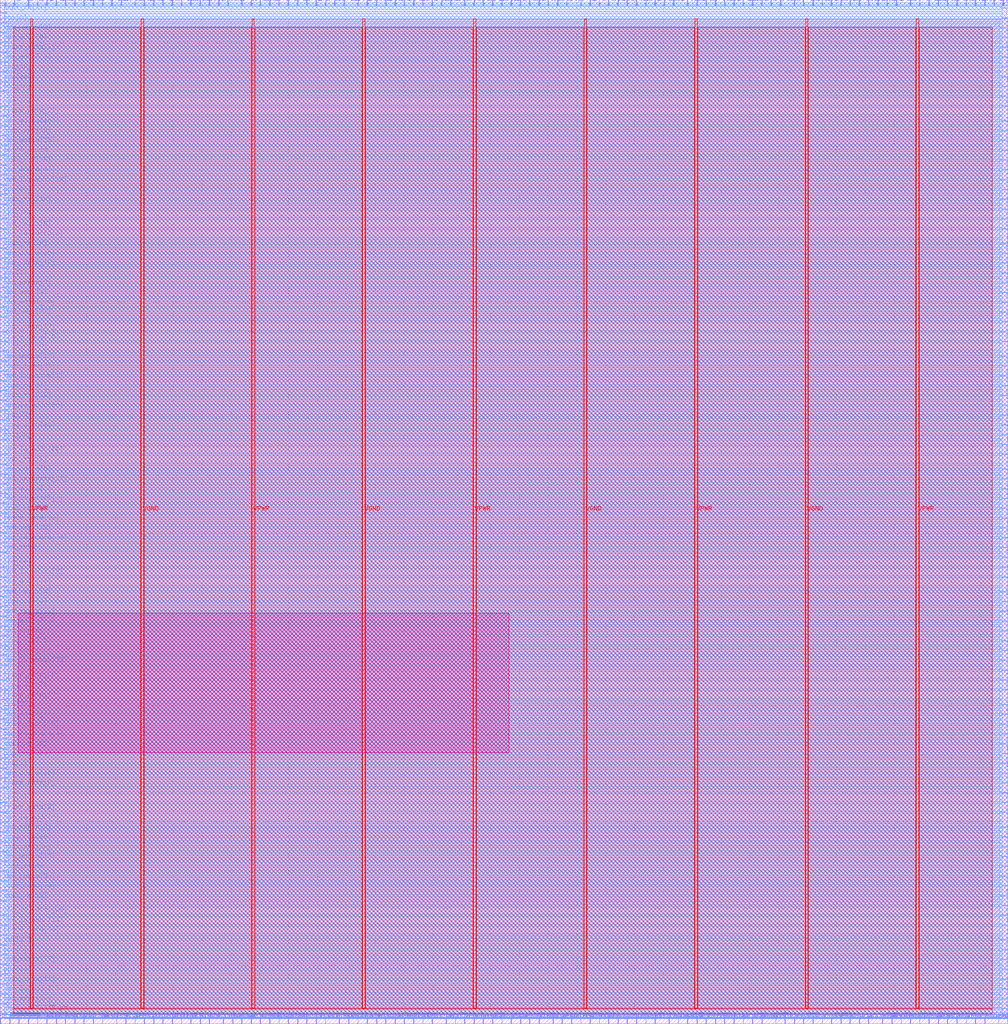
<source format=lef>
VERSION 5.7 ;
  NOWIREEXTENSIONATPIN ON ;
  DIVIDERCHAR "/" ;
  BUSBITCHARS "[]" ;
MACRO picorv32a
  CLASS BLOCK ;
  FOREIGN picorv32a ;
  ORIGIN 0.000 0.000 ;
  SIZE 699.115 BY 709.835 ;
  PIN VGND
    DIRECTION INPUT ;
    USE GROUND ;
    PORT
      LAYER met4 ;
        RECT 97.840 10.640 99.440 696.560 ;
    END
    PORT
      LAYER met4 ;
        RECT 251.440 10.640 253.040 696.560 ;
    END
    PORT
      LAYER met4 ;
        RECT 405.040 10.640 406.640 696.560 ;
    END
    PORT
      LAYER met4 ;
        RECT 558.640 10.640 560.240 696.560 ;
    END
  END VGND
  PIN VPWR
    DIRECTION INPUT ;
    USE POWER ;
    PORT
      LAYER met4 ;
        RECT 21.040 10.640 22.640 696.560 ;
    END
    PORT
      LAYER met4 ;
        RECT 174.640 10.640 176.240 696.560 ;
    END
    PORT
      LAYER met4 ;
        RECT 328.240 10.640 329.840 696.560 ;
    END
    PORT
      LAYER met4 ;
        RECT 481.840 10.640 483.440 696.560 ;
    END
    PORT
      LAYER met4 ;
        RECT 635.440 10.640 637.040 696.560 ;
    END
  END VPWR
  PIN clk
    DIRECTION INPUT ;
    USE SIGNAL ;
    PORT
      LAYER met3 ;
        RECT 695.115 683.440 699.115 684.040 ;
    END
  END clk
  PIN eoi[0]
    DIRECTION OUTPUT TRISTATE ;
    USE SIGNAL ;
    PORT
      LAYER met3 ;
        RECT 0.000 693.640 4.000 694.240 ;
    END
  END eoi[0]
  PIN eoi[10]
    DIRECTION OUTPUT TRISTATE ;
    USE SIGNAL ;
    PORT
      LAYER met2 ;
        RECT 186.850 0.000 187.130 4.000 ;
    END
  END eoi[10]
  PIN eoi[11]
    DIRECTION OUTPUT TRISTATE ;
    USE SIGNAL ;
    PORT
      LAYER met3 ;
        RECT 695.115 44.240 699.115 44.840 ;
    END
  END eoi[11]
  PIN eoi[12]
    DIRECTION OUTPUT TRISTATE ;
    USE SIGNAL ;
    PORT
      LAYER met3 ;
        RECT 695.115 442.040 699.115 442.640 ;
    END
  END eoi[12]
  PIN eoi[13]
    DIRECTION OUTPUT TRISTATE ;
    USE SIGNAL ;
    PORT
      LAYER met2 ;
        RECT 602.230 705.835 602.510 709.835 ;
    END
  END eoi[13]
  PIN eoi[14]
    DIRECTION OUTPUT TRISTATE ;
    USE SIGNAL ;
    PORT
      LAYER met3 ;
        RECT 695.115 370.640 699.115 371.240 ;
    END
  END eoi[14]
  PIN eoi[15]
    DIRECTION OUTPUT TRISTATE ;
    USE SIGNAL ;
    PORT
      LAYER met3 ;
        RECT 695.115 115.640 699.115 116.240 ;
    END
  END eoi[15]
  PIN eoi[16]
    DIRECTION OUTPUT TRISTATE ;
    USE SIGNAL ;
    PORT
      LAYER met3 ;
        RECT 0.000 646.040 4.000 646.640 ;
    END
  END eoi[16]
  PIN eoi[17]
    DIRECTION OUTPUT TRISTATE ;
    USE SIGNAL ;
    PORT
      LAYER met3 ;
        RECT 0.000 574.640 4.000 575.240 ;
    END
  END eoi[17]
  PIN eoi[18]
    DIRECTION OUTPUT TRISTATE ;
    USE SIGNAL ;
    PORT
      LAYER met3 ;
        RECT 695.115 88.440 699.115 89.040 ;
    END
  END eoi[18]
  PIN eoi[19]
    DIRECTION OUTPUT TRISTATE ;
    USE SIGNAL ;
    PORT
      LAYER met2 ;
        RECT 528.170 0.000 528.450 4.000 ;
    END
  END eoi[19]
  PIN eoi[1]
    DIRECTION OUTPUT TRISTATE ;
    USE SIGNAL ;
    PORT
      LAYER met3 ;
        RECT 0.000 34.040 4.000 34.640 ;
    END
  END eoi[1]
  PIN eoi[20]
    DIRECTION OUTPUT TRISTATE ;
    USE SIGNAL ;
    PORT
      LAYER met3 ;
        RECT 695.115 323.040 699.115 323.640 ;
    END
  END eoi[20]
  PIN eoi[21]
    DIRECTION OUTPUT TRISTATE ;
    USE SIGNAL ;
    PORT
      LAYER met2 ;
        RECT 698.830 0.000 699.110 4.000 ;
    END
  END eoi[21]
  PIN eoi[22]
    DIRECTION OUTPUT TRISTATE ;
    USE SIGNAL ;
    PORT
      LAYER met3 ;
        RECT 0.000 652.840 4.000 653.440 ;
    END
  END eoi[22]
  PIN eoi[23]
    DIRECTION OUTPUT TRISTATE ;
    USE SIGNAL ;
    PORT
      LAYER met3 ;
        RECT 695.115 129.240 699.115 129.840 ;
    END
  END eoi[23]
  PIN eoi[24]
    DIRECTION OUTPUT TRISTATE ;
    USE SIGNAL ;
    PORT
      LAYER met2 ;
        RECT 80.590 0.000 80.870 4.000 ;
    END
  END eoi[24]
  PIN eoi[25]
    DIRECTION OUTPUT TRISTATE ;
    USE SIGNAL ;
    PORT
      LAYER met3 ;
        RECT 0.000 404.640 4.000 405.240 ;
    END
  END eoi[25]
  PIN eoi[26]
    DIRECTION OUTPUT TRISTATE ;
    USE SIGNAL ;
    PORT
      LAYER met2 ;
        RECT 293.110 705.835 293.390 709.835 ;
    END
  END eoi[26]
  PIN eoi[27]
    DIRECTION OUTPUT TRISTATE ;
    USE SIGNAL ;
    PORT
      LAYER met3 ;
        RECT 0.000 54.440 4.000 55.040 ;
    END
  END eoi[27]
  PIN eoi[28]
    DIRECTION OUTPUT TRISTATE ;
    USE SIGNAL ;
    PORT
      LAYER met3 ;
        RECT 695.115 95.240 699.115 95.840 ;
    END
  END eoi[28]
  PIN eoi[29]
    DIRECTION OUTPUT TRISTATE ;
    USE SIGNAL ;
    PORT
      LAYER met3 ;
        RECT 695.115 214.240 699.115 214.840 ;
    END
  END eoi[29]
  PIN eoi[2]
    DIRECTION OUTPUT TRISTATE ;
    USE SIGNAL ;
    PORT
      LAYER met3 ;
        RECT 695.115 533.840 699.115 534.440 ;
    END
  END eoi[2]
  PIN eoi[30]
    DIRECTION OUTPUT TRISTATE ;
    USE SIGNAL ;
    PORT
      LAYER met2 ;
        RECT 576.470 0.000 576.750 4.000 ;
    END
  END eoi[30]
  PIN eoi[31]
    DIRECTION OUTPUT TRISTATE ;
    USE SIGNAL ;
    PORT
      LAYER met3 ;
        RECT 695.115 363.840 699.115 364.440 ;
    END
  END eoi[31]
  PIN eoi[3]
    DIRECTION OUTPUT TRISTATE ;
    USE SIGNAL ;
    PORT
      LAYER met2 ;
        RECT 212.610 705.835 212.890 709.835 ;
    END
  END eoi[3]
  PIN eoi[4]
    DIRECTION OUTPUT TRISTATE ;
    USE SIGNAL ;
    PORT
      LAYER met2 ;
        RECT 570.030 0.000 570.310 4.000 ;
    END
  END eoi[4]
  PIN eoi[5]
    DIRECTION OUTPUT TRISTATE ;
    USE SIGNAL ;
    PORT
      LAYER met3 ;
        RECT 0.000 47.640 4.000 48.240 ;
    END
  END eoi[5]
  PIN eoi[6]
    DIRECTION OUTPUT TRISTATE ;
    USE SIGNAL ;
    PORT
      LAYER met2 ;
        RECT 550.710 0.000 550.990 4.000 ;
    END
  END eoi[6]
  PIN eoi[7]
    DIRECTION OUTPUT TRISTATE ;
    USE SIGNAL ;
    PORT
      LAYER met3 ;
        RECT 0.000 516.840 4.000 517.440 ;
    END
  END eoi[7]
  PIN eoi[8]
    DIRECTION OUTPUT TRISTATE ;
    USE SIGNAL ;
    PORT
      LAYER met2 ;
        RECT 515.290 705.835 515.570 709.835 ;
    END
  END eoi[8]
  PIN eoi[9]
    DIRECTION OUTPUT TRISTATE ;
    USE SIGNAL ;
    PORT
      LAYER met2 ;
        RECT 386.490 705.835 386.770 709.835 ;
    END
  END eoi[9]
  PIN irq[0]
    DIRECTION INPUT ;
    USE SIGNAL ;
    PORT
      LAYER met3 ;
        RECT 695.115 278.840 699.115 279.440 ;
    END
  END irq[0]
  PIN irq[10]
    DIRECTION INPUT ;
    USE SIGNAL ;
    PORT
      LAYER met2 ;
        RECT 125.670 0.000 125.950 4.000 ;
    END
  END irq[10]
  PIN irq[11]
    DIRECTION INPUT ;
    USE SIGNAL ;
    PORT
      LAYER met2 ;
        RECT 315.650 0.000 315.930 4.000 ;
    END
  END irq[11]
  PIN irq[12]
    DIRECTION INPUT ;
    USE SIGNAL ;
    PORT
      LAYER met2 ;
        RECT 428.350 705.835 428.630 709.835 ;
    END
  END irq[12]
  PIN irq[13]
    DIRECTION INPUT ;
    USE SIGNAL ;
    PORT
      LAYER met2 ;
        RECT 676.290 705.835 676.570 709.835 ;
    END
  END irq[13]
  PIN irq[14]
    DIRECTION INPUT ;
    USE SIGNAL ;
    PORT
      LAYER met3 ;
        RECT 0.000 316.240 4.000 316.840 ;
    END
  END irq[14]
  PIN irq[15]
    DIRECTION INPUT ;
    USE SIGNAL ;
    PORT
      LAYER met3 ;
        RECT 0.000 557.640 4.000 558.240 ;
    END
  END irq[15]
  PIN irq[16]
    DIRECTION INPUT ;
    USE SIGNAL ;
    PORT
      LAYER met2 ;
        RECT 695.610 705.835 695.890 709.835 ;
    END
  END irq[16]
  PIN irq[17]
    DIRECTION INPUT ;
    USE SIGNAL ;
    PORT
      LAYER met2 ;
        RECT 392.930 705.835 393.210 709.835 ;
    END
  END irq[17]
  PIN irq[18]
    DIRECTION INPUT ;
    USE SIGNAL ;
    PORT
      LAYER met2 ;
        RECT 528.170 705.835 528.450 709.835 ;
    END
  END irq[18]
  PIN irq[19]
    DIRECTION INPUT ;
    USE SIGNAL ;
    PORT
      LAYER met3 ;
        RECT 0.000 659.640 4.000 660.240 ;
    END
  END irq[19]
  PIN irq[1]
    DIRECTION INPUT ;
    USE SIGNAL ;
    PORT
      LAYER met2 ;
        RECT 470.210 0.000 470.490 4.000 ;
    END
  END irq[1]
  PIN irq[20]
    DIRECTION INPUT ;
    USE SIGNAL ;
    PORT
      LAYER met3 ;
        RECT 0.000 707.240 4.000 707.840 ;
    END
  END irq[20]
  PIN irq[21]
    DIRECTION INPUT ;
    USE SIGNAL ;
    PORT
      LAYER met3 ;
        RECT 695.115 428.440 699.115 429.040 ;
    END
  END irq[21]
  PIN irq[22]
    DIRECTION INPUT ;
    USE SIGNAL ;
    PORT
      LAYER met2 ;
        RECT 235.150 0.000 235.430 4.000 ;
    END
  END irq[22]
  PIN irq[23]
    DIRECTION INPUT ;
    USE SIGNAL ;
    PORT
      LAYER met3 ;
        RECT 0.000 418.240 4.000 418.840 ;
    END
  END irq[23]
  PIN irq[24]
    DIRECTION INPUT ;
    USE SIGNAL ;
    PORT
      LAYER met3 ;
        RECT 695.115 703.840 699.115 704.440 ;
    END
  END irq[24]
  PIN irq[25]
    DIRECTION INPUT ;
    USE SIGNAL ;
    PORT
      LAYER met2 ;
        RECT 173.970 705.835 174.250 709.835 ;
    END
  END irq[25]
  PIN irq[26]
    DIRECTION INPUT ;
    USE SIGNAL ;
    PORT
      LAYER met2 ;
        RECT 286.670 0.000 286.950 4.000 ;
    END
  END irq[26]
  PIN irq[27]
    DIRECTION INPUT ;
    USE SIGNAL ;
    PORT
      LAYER met2 ;
        RECT 354.290 705.835 354.570 709.835 ;
    END
  END irq[27]
  PIN irq[28]
    DIRECTION INPUT ;
    USE SIGNAL ;
    PORT
      LAYER met3 ;
        RECT 695.115 669.840 699.115 670.440 ;
    END
  END irq[28]
  PIN irq[29]
    DIRECTION INPUT ;
    USE SIGNAL ;
    PORT
      LAYER met3 ;
        RECT 695.115 81.640 699.115 82.240 ;
    END
  END irq[29]
  PIN irq[2]
    DIRECTION INPUT ;
    USE SIGNAL ;
    PORT
      LAYER met3 ;
        RECT 0.000 217.640 4.000 218.240 ;
    END
  END irq[2]
  PIN irq[30]
    DIRECTION INPUT ;
    USE SIGNAL ;
    PORT
      LAYER met2 ;
        RECT 402.590 0.000 402.870 4.000 ;
    END
  END irq[30]
  PIN irq[31]
    DIRECTION INPUT ;
    USE SIGNAL ;
    PORT
      LAYER met2 ;
        RECT 167.530 705.835 167.810 709.835 ;
    END
  END irq[31]
  PIN irq[3]
    DIRECTION INPUT ;
    USE SIGNAL ;
    PORT
      LAYER met2 ;
        RECT 64.490 0.000 64.770 4.000 ;
    END
  END irq[3]
  PIN irq[4]
    DIRECTION INPUT ;
    USE SIGNAL ;
    PORT
      LAYER met2 ;
        RECT 138.550 705.835 138.830 709.835 ;
    END
  END irq[4]
  PIN irq[5]
    DIRECTION INPUT ;
    USE SIGNAL ;
    PORT
      LAYER met3 ;
        RECT 695.115 625.640 699.115 626.240 ;
    END
  END irq[5]
  PIN irq[6]
    DIRECTION INPUT ;
    USE SIGNAL ;
    PORT
      LAYER met3 ;
        RECT 0.000 153.040 4.000 153.640 ;
    END
  END irq[6]
  PIN irq[7]
    DIRECTION INPUT ;
    USE SIGNAL ;
    PORT
      LAYER met2 ;
        RECT 19.410 705.835 19.690 709.835 ;
    END
  END irq[7]
  PIN irq[8]
    DIRECTION INPUT ;
    USE SIGNAL ;
    PORT
      LAYER met2 ;
        RECT 489.530 0.000 489.810 4.000 ;
    END
  END irq[8]
  PIN irq[9]
    DIRECTION INPUT ;
    USE SIGNAL ;
    PORT
      LAYER met3 ;
        RECT 0.000 176.840 4.000 177.440 ;
    END
  END irq[9]
  PIN mem_addr[0]
    DIRECTION OUTPUT TRISTATE ;
    USE SIGNAL ;
    PORT
      LAYER met3 ;
        RECT 695.115 17.040 699.115 17.640 ;
    END
  END mem_addr[0]
  PIN mem_addr[10]
    DIRECTION OUTPUT TRISTATE ;
    USE SIGNAL ;
    PORT
      LAYER met3 ;
        RECT 695.115 336.640 699.115 337.240 ;
    END
  END mem_addr[10]
  PIN mem_addr[11]
    DIRECTION OUTPUT TRISTATE ;
    USE SIGNAL ;
    PORT
      LAYER met3 ;
        RECT 695.115 605.240 699.115 605.840 ;
    END
  END mem_addr[11]
  PIN mem_addr[12]
    DIRECTION OUTPUT TRISTATE ;
    USE SIGNAL ;
    PORT
      LAYER met3 ;
        RECT 695.115 74.840 699.115 75.440 ;
    END
  END mem_addr[12]
  PIN mem_addr[13]
    DIRECTION OUTPUT TRISTATE ;
    USE SIGNAL ;
    PORT
      LAYER met2 ;
        RECT 409.030 705.835 409.310 709.835 ;
    END
  END mem_addr[13]
  PIN mem_addr[14]
    DIRECTION OUTPUT TRISTATE ;
    USE SIGNAL ;
    PORT
      LAYER met2 ;
        RECT 582.910 705.835 583.190 709.835 ;
    END
  END mem_addr[14]
  PIN mem_addr[15]
    DIRECTION OUTPUT TRISTATE ;
    USE SIGNAL ;
    PORT
      LAYER met2 ;
        RECT 409.030 0.000 409.310 4.000 ;
    END
  END mem_addr[15]
  PIN mem_addr[16]
    DIRECTION OUTPUT TRISTATE ;
    USE SIGNAL ;
    PORT
      LAYER met3 ;
        RECT 0.000 255.040 4.000 255.640 ;
    END
  END mem_addr[16]
  PIN mem_addr[17]
    DIRECTION OUTPUT TRISTATE ;
    USE SIGNAL ;
    PORT
      LAYER met3 ;
        RECT 0.000 302.640 4.000 303.240 ;
    END
  END mem_addr[17]
  PIN mem_addr[18]
    DIRECTION OUTPUT TRISTATE ;
    USE SIGNAL ;
    PORT
      LAYER met2 ;
        RECT 112.790 705.835 113.070 709.835 ;
    END
  END mem_addr[18]
  PIN mem_addr[19]
    DIRECTION OUTPUT TRISTATE ;
    USE SIGNAL ;
    PORT
      LAYER met3 ;
        RECT 695.115 272.040 699.115 272.640 ;
    END
  END mem_addr[19]
  PIN mem_addr[1]
    DIRECTION OUTPUT TRISTATE ;
    USE SIGNAL ;
    PORT
      LAYER met2 ;
        RECT 161.090 0.000 161.370 4.000 ;
    END
  END mem_addr[1]
  PIN mem_addr[20]
    DIRECTION OUTPUT TRISTATE ;
    USE SIGNAL ;
    PORT
      LAYER met3 ;
        RECT 0.000 13.640 4.000 14.240 ;
    END
  END mem_addr[20]
  PIN mem_addr[21]
    DIRECTION OUTPUT TRISTATE ;
    USE SIGNAL ;
    PORT
      LAYER met2 ;
        RECT 644.090 0.000 644.370 4.000 ;
    END
  END mem_addr[21]
  PIN mem_addr[22]
    DIRECTION OUTPUT TRISTATE ;
    USE SIGNAL ;
    PORT
      LAYER met2 ;
        RECT 421.910 0.000 422.190 4.000 ;
    END
  END mem_addr[22]
  PIN mem_addr[23]
    DIRECTION OUTPUT TRISTATE ;
    USE SIGNAL ;
    PORT
      LAYER met2 ;
        RECT 637.650 0.000 637.930 4.000 ;
    END
  END mem_addr[23]
  PIN mem_addr[24]
    DIRECTION OUTPUT TRISTATE ;
    USE SIGNAL ;
    PORT
      LAYER met2 ;
        RECT 380.050 705.835 380.330 709.835 ;
    END
  END mem_addr[24]
  PIN mem_addr[25]
    DIRECTION OUTPUT TRISTATE ;
    USE SIGNAL ;
    PORT
      LAYER met3 ;
        RECT 695.115 238.040 699.115 238.640 ;
    END
  END mem_addr[25]
  PIN mem_addr[26]
    DIRECTION OUTPUT TRISTATE ;
    USE SIGNAL ;
    PORT
      LAYER met3 ;
        RECT 695.115 173.440 699.115 174.040 ;
    END
  END mem_addr[26]
  PIN mem_addr[27]
    DIRECTION OUTPUT TRISTATE ;
    USE SIGNAL ;
    PORT
      LAYER met3 ;
        RECT 0.000 489.640 4.000 490.240 ;
    END
  END mem_addr[27]
  PIN mem_addr[28]
    DIRECTION OUTPUT TRISTATE ;
    USE SIGNAL ;
    PORT
      LAYER met3 ;
        RECT 0.000 340.040 4.000 340.640 ;
    END
  END mem_addr[28]
  PIN mem_addr[29]
    DIRECTION OUTPUT TRISTATE ;
    USE SIGNAL ;
    PORT
      LAYER met2 ;
        RECT 180.410 705.835 180.690 709.835 ;
    END
  END mem_addr[29]
  PIN mem_addr[2]
    DIRECTION OUTPUT TRISTATE ;
    USE SIGNAL ;
    PORT
      LAYER met2 ;
        RECT 273.790 0.000 274.070 4.000 ;
    END
  END mem_addr[2]
  PIN mem_addr[30]
    DIRECTION OUTPUT TRISTATE ;
    USE SIGNAL ;
    PORT
      LAYER met3 ;
        RECT 695.115 292.440 699.115 293.040 ;
    END
  END mem_addr[30]
  PIN mem_addr[31]
    DIRECTION OUTPUT TRISTATE ;
    USE SIGNAL ;
    PORT
      LAYER met3 ;
        RECT 0.000 666.440 4.000 667.040 ;
    END
  END mem_addr[31]
  PIN mem_addr[3]
    DIRECTION OUTPUT TRISTATE ;
    USE SIGNAL ;
    PORT
      LAYER met2 ;
        RECT 441.230 0.000 441.510 4.000 ;
    END
  END mem_addr[3]
  PIN mem_addr[4]
    DIRECTION OUTPUT TRISTATE ;
    USE SIGNAL ;
    PORT
      LAYER met3 ;
        RECT 0.000 503.240 4.000 503.840 ;
    END
  END mem_addr[4]
  PIN mem_addr[5]
    DIRECTION OUTPUT TRISTATE ;
    USE SIGNAL ;
    PORT
      LAYER met2 ;
        RECT 415.470 705.835 415.750 709.835 ;
    END
  END mem_addr[5]
  PIN mem_addr[6]
    DIRECTION OUTPUT TRISTATE ;
    USE SIGNAL ;
    PORT
      LAYER met2 ;
        RECT 38.730 705.835 39.010 709.835 ;
    END
  END mem_addr[6]
  PIN mem_addr[7]
    DIRECTION OUTPUT TRISTATE ;
    USE SIGNAL ;
    PORT
      LAYER met3 ;
        RECT 695.115 642.640 699.115 643.240 ;
    END
  END mem_addr[7]
  PIN mem_addr[8]
    DIRECTION OUTPUT TRISTATE ;
    USE SIGNAL ;
    PORT
      LAYER met2 ;
        RECT 45.170 0.000 45.450 4.000 ;
    END
  END mem_addr[8]
  PIN mem_addr[9]
    DIRECTION OUTPUT TRISTATE ;
    USE SIGNAL ;
    PORT
      LAYER met3 ;
        RECT 0.000 680.040 4.000 680.640 ;
    END
  END mem_addr[9]
  PIN mem_instr
    DIRECTION OUTPUT TRISTATE ;
    USE SIGNAL ;
    PORT
      LAYER met3 ;
        RECT 0.000 635.840 4.000 636.440 ;
    END
  END mem_instr
  PIN mem_la_addr[0]
    DIRECTION OUTPUT TRISTATE ;
    USE SIGNAL ;
    PORT
      LAYER met3 ;
        RECT 0.000 139.440 4.000 140.040 ;
    END
  END mem_la_addr[0]
  PIN mem_la_addr[10]
    DIRECTION OUTPUT TRISTATE ;
    USE SIGNAL ;
    PORT
      LAYER met3 ;
        RECT 695.115 384.240 699.115 384.840 ;
    END
  END mem_la_addr[10]
  PIN mem_la_addr[11]
    DIRECTION OUTPUT TRISTATE ;
    USE SIGNAL ;
    PORT
      LAYER met2 ;
        RECT 3.310 705.835 3.590 709.835 ;
    END
  END mem_la_addr[11]
  PIN mem_la_addr[12]
    DIRECTION OUTPUT TRISTATE ;
    USE SIGNAL ;
    PORT
      LAYER met2 ;
        RECT 238.370 705.835 238.650 709.835 ;
    END
  END mem_la_addr[12]
  PIN mem_la_addr[13]
    DIRECTION OUTPUT TRISTATE ;
    USE SIGNAL ;
    PORT
      LAYER met2 ;
        RECT 334.970 0.000 335.250 4.000 ;
    END
  END mem_la_addr[13]
  PIN mem_la_addr[14]
    DIRECTION OUTPUT TRISTATE ;
    USE SIGNAL ;
    PORT
      LAYER met3 ;
        RECT 0.000 68.040 4.000 68.640 ;
    END
  END mem_la_addr[14]
  PIN mem_la_addr[15]
    DIRECTION OUTPUT TRISTATE ;
    USE SIGNAL ;
    PORT
      LAYER met2 ;
        RECT 447.670 705.835 447.950 709.835 ;
    END
  END mem_la_addr[15]
  PIN mem_la_addr[16]
    DIRECTION OUTPUT TRISTATE ;
    USE SIGNAL ;
    PORT
      LAYER met3 ;
        RECT 695.115 486.240 699.115 486.840 ;
    END
  END mem_la_addr[16]
  PIN mem_la_addr[17]
    DIRECTION OUTPUT TRISTATE ;
    USE SIGNAL ;
    PORT
      LAYER met2 ;
        RECT 9.750 705.835 10.030 709.835 ;
    END
  END mem_la_addr[17]
  PIN mem_la_addr[18]
    DIRECTION OUTPUT TRISTATE ;
    USE SIGNAL ;
    PORT
      LAYER met2 ;
        RECT 454.110 0.000 454.390 4.000 ;
    END
  END mem_la_addr[18]
  PIN mem_la_addr[19]
    DIRECTION OUTPUT TRISTATE ;
    USE SIGNAL ;
    PORT
      LAYER met2 ;
        RECT 663.410 0.000 663.690 4.000 ;
    END
  END mem_la_addr[19]
  PIN mem_la_addr[1]
    DIRECTION OUTPUT TRISTATE ;
    USE SIGNAL ;
    PORT
      LAYER met3 ;
        RECT 695.115 122.440 699.115 123.040 ;
    END
  END mem_la_addr[1]
  PIN mem_la_addr[20]
    DIRECTION OUTPUT TRISTATE ;
    USE SIGNAL ;
    PORT
      LAYER met2 ;
        RECT 25.850 705.835 26.130 709.835 ;
    END
  END mem_la_addr[20]
  PIN mem_la_addr[21]
    DIRECTION OUTPUT TRISTATE ;
    USE SIGNAL ;
    PORT
      LAYER met2 ;
        RECT 305.990 705.835 306.270 709.835 ;
    END
  END mem_la_addr[21]
  PIN mem_la_addr[22]
    DIRECTION OUTPUT TRISTATE ;
    USE SIGNAL ;
    PORT
      LAYER met3 ;
        RECT 0.000 394.440 4.000 395.040 ;
    END
  END mem_la_addr[22]
  PIN mem_la_addr[23]
    DIRECTION OUTPUT TRISTATE ;
    USE SIGNAL ;
    PORT
      LAYER met2 ;
        RECT 144.990 705.835 145.270 709.835 ;
    END
  END mem_la_addr[23]
  PIN mem_la_addr[24]
    DIRECTION OUTPUT TRISTATE ;
    USE SIGNAL ;
    PORT
      LAYER met2 ;
        RECT 99.910 705.835 100.190 709.835 ;
    END
  END mem_la_addr[24]
  PIN mem_la_addr[25]
    DIRECTION OUTPUT TRISTATE ;
    USE SIGNAL ;
    PORT
      LAYER met3 ;
        RECT 695.115 598.440 699.115 599.040 ;
    END
  END mem_la_addr[25]
  PIN mem_la_addr[26]
    DIRECTION OUTPUT TRISTATE ;
    USE SIGNAL ;
    PORT
      LAYER met2 ;
        RECT 93.470 705.835 93.750 709.835 ;
    END
  END mem_la_addr[26]
  PIN mem_la_addr[27]
    DIRECTION OUTPUT TRISTATE ;
    USE SIGNAL ;
    PORT
      LAYER met3 ;
        RECT 695.115 153.040 699.115 153.640 ;
    END
  END mem_la_addr[27]
  PIN mem_la_addr[28]
    DIRECTION OUTPUT TRISTATE ;
    USE SIGNAL ;
    PORT
      LAYER met2 ;
        RECT 45.170 705.835 45.450 709.835 ;
    END
  END mem_la_addr[28]
  PIN mem_la_addr[29]
    DIRECTION OUTPUT TRISTATE ;
    USE SIGNAL ;
    PORT
      LAYER met3 ;
        RECT 695.115 656.240 699.115 656.840 ;
    END
  END mem_la_addr[29]
  PIN mem_la_addr[2]
    DIRECTION OUTPUT TRISTATE ;
    USE SIGNAL ;
    PORT
      LAYER met3 ;
        RECT 695.115 258.440 699.115 259.040 ;
    END
  END mem_la_addr[2]
  PIN mem_la_addr[30]
    DIRECTION OUTPUT TRISTATE ;
    USE SIGNAL ;
    PORT
      LAYER met3 ;
        RECT 0.000 425.040 4.000 425.640 ;
    END
  END mem_la_addr[30]
  PIN mem_la_addr[31]
    DIRECTION OUTPUT TRISTATE ;
    USE SIGNAL ;
    PORT
      LAYER met2 ;
        RECT 248.030 0.000 248.310 4.000 ;
    END
  END mem_la_addr[31]
  PIN mem_la_addr[3]
    DIRECTION OUTPUT TRISTATE ;
    USE SIGNAL ;
    PORT
      LAYER met3 ;
        RECT 0.000 20.440 4.000 21.040 ;
    END
  END mem_la_addr[3]
  PIN mem_la_addr[4]
    DIRECTION OUTPUT TRISTATE ;
    USE SIGNAL ;
    PORT
      LAYER met3 ;
        RECT 695.115 571.240 699.115 571.840 ;
    END
  END mem_la_addr[4]
  PIN mem_la_addr[5]
    DIRECTION OUTPUT TRISTATE ;
    USE SIGNAL ;
    PORT
      LAYER met2 ;
        RECT 582.910 0.000 583.190 4.000 ;
    END
  END mem_la_addr[5]
  PIN mem_la_addr[6]
    DIRECTION OUTPUT TRISTATE ;
    USE SIGNAL ;
    PORT
      LAYER met3 ;
        RECT 695.115 584.840 699.115 585.440 ;
    END
  END mem_la_addr[6]
  PIN mem_la_addr[7]
    DIRECTION OUTPUT TRISTATE ;
    USE SIGNAL ;
    PORT
      LAYER met2 ;
        RECT 206.170 0.000 206.450 4.000 ;
    END
  END mem_la_addr[7]
  PIN mem_la_addr[8]
    DIRECTION OUTPUT TRISTATE ;
    USE SIGNAL ;
    PORT
      LAYER met3 ;
        RECT 695.115 136.040 699.115 136.640 ;
    END
  END mem_la_addr[8]
  PIN mem_la_addr[9]
    DIRECTION OUTPUT TRISTATE ;
    USE SIGNAL ;
    PORT
      LAYER met2 ;
        RECT 219.050 0.000 219.330 4.000 ;
    END
  END mem_la_addr[9]
  PIN mem_la_read
    DIRECTION OUTPUT TRISTATE ;
    USE SIGNAL ;
    PORT
      LAYER met3 ;
        RECT 695.115 159.840 699.115 160.440 ;
    END
  END mem_la_read
  PIN mem_la_wdata[0]
    DIRECTION OUTPUT TRISTATE ;
    USE SIGNAL ;
    PORT
      LAYER met2 ;
        RECT 615.110 705.835 615.390 709.835 ;
    END
  END mem_la_wdata[0]
  PIN mem_la_wdata[10]
    DIRECTION OUTPUT TRISTATE ;
    USE SIGNAL ;
    PORT
      LAYER met3 ;
        RECT 695.115 506.640 699.115 507.240 ;
    END
  END mem_la_wdata[10]
  PIN mem_la_wdata[11]
    DIRECTION OUTPUT TRISTATE ;
    USE SIGNAL ;
    PORT
      LAYER met2 ;
        RECT 341.410 705.835 341.690 709.835 ;
    END
  END mem_la_wdata[11]
  PIN mem_la_wdata[12]
    DIRECTION OUTPUT TRISTATE ;
    USE SIGNAL ;
    PORT
      LAYER met2 ;
        RECT 125.670 705.835 125.950 709.835 ;
    END
  END mem_la_wdata[12]
  PIN mem_la_wdata[13]
    DIRECTION OUTPUT TRISTATE ;
    USE SIGNAL ;
    PORT
      LAYER met2 ;
        RECT 502.410 0.000 502.690 4.000 ;
    END
  END mem_la_wdata[13]
  PIN mem_la_wdata[14]
    DIRECTION OUTPUT TRISTATE ;
    USE SIGNAL ;
    PORT
      LAYER met3 ;
        RECT 0.000 581.440 4.000 582.040 ;
    END
  END mem_la_wdata[14]
  PIN mem_la_wdata[15]
    DIRECTION OUTPUT TRISTATE ;
    USE SIGNAL ;
    PORT
      LAYER met2 ;
        RECT 273.790 705.835 274.070 709.835 ;
    END
  END mem_la_wdata[15]
  PIN mem_la_wdata[16]
    DIRECTION OUTPUT TRISTATE ;
    USE SIGNAL ;
    PORT
      LAYER met2 ;
        RECT 576.470 705.835 576.750 709.835 ;
    END
  END mem_la_wdata[16]
  PIN mem_la_wdata[17]
    DIRECTION OUTPUT TRISTATE ;
    USE SIGNAL ;
    PORT
      LAYER met2 ;
        RECT 644.090 705.835 644.370 709.835 ;
    END
  END mem_la_wdata[17]
  PIN mem_la_wdata[18]
    DIRECTION OUTPUT TRISTATE ;
    USE SIGNAL ;
    PORT
      LAYER met3 ;
        RECT 0.000 333.240 4.000 333.840 ;
    END
  END mem_la_wdata[18]
  PIN mem_la_wdata[19]
    DIRECTION OUTPUT TRISTATE ;
    USE SIGNAL ;
    PORT
      LAYER met2 ;
        RECT 225.490 0.000 225.770 4.000 ;
    END
  END mem_la_wdata[19]
  PIN mem_la_wdata[1]
    DIRECTION OUTPUT TRISTATE ;
    USE SIGNAL ;
    PORT
      LAYER met2 ;
        RECT 322.090 0.000 322.370 4.000 ;
    END
  END mem_la_wdata[1]
  PIN mem_la_wdata[20]
    DIRECTION OUTPUT TRISTATE ;
    USE SIGNAL ;
    PORT
      LAYER met3 ;
        RECT 695.115 499.840 699.115 500.440 ;
    END
  END mem_la_wdata[20]
  PIN mem_la_wdata[21]
    DIRECTION OUTPUT TRISTATE ;
    USE SIGNAL ;
    PORT
      LAYER met3 ;
        RECT 695.115 408.040 699.115 408.640 ;
    END
  END mem_la_wdata[21]
  PIN mem_la_wdata[22]
    DIRECTION OUTPUT TRISTATE ;
    USE SIGNAL ;
    PORT
      LAYER met2 ;
        RECT 676.290 0.000 676.570 4.000 ;
    END
  END mem_la_wdata[22]
  PIN mem_la_wdata[23]
    DIRECTION OUTPUT TRISTATE ;
    USE SIGNAL ;
    PORT
      LAYER met3 ;
        RECT 695.115 493.040 699.115 493.640 ;
    END
  END mem_la_wdata[23]
  PIN mem_la_wdata[24]
    DIRECTION OUTPUT TRISTATE ;
    USE SIGNAL ;
    PORT
      LAYER met3 ;
        RECT 0.000 374.040 4.000 374.640 ;
    END
  END mem_la_wdata[24]
  PIN mem_la_wdata[25]
    DIRECTION OUTPUT TRISTATE ;
    USE SIGNAL ;
    PORT
      LAYER met3 ;
        RECT 0.000 74.840 4.000 75.440 ;
    END
  END mem_la_wdata[25]
  PIN mem_la_wdata[26]
    DIRECTION OUTPUT TRISTATE ;
    USE SIGNAL ;
    PORT
      LAYER met3 ;
        RECT 0.000 248.240 4.000 248.840 ;
    END
  END mem_la_wdata[26]
  PIN mem_la_wdata[27]
    DIRECTION OUTPUT TRISTATE ;
    USE SIGNAL ;
    PORT
      LAYER met2 ;
        RECT 476.650 705.835 476.930 709.835 ;
    END
  END mem_la_wdata[27]
  PIN mem_la_wdata[28]
    DIRECTION OUTPUT TRISTATE ;
    USE SIGNAL ;
    PORT
      LAYER met2 ;
        RECT 167.530 0.000 167.810 4.000 ;
    END
  END mem_la_wdata[28]
  PIN mem_la_wdata[29]
    DIRECTION OUTPUT TRISTATE ;
    USE SIGNAL ;
    PORT
      LAYER met2 ;
        RECT 299.550 705.835 299.830 709.835 ;
    END
  END mem_la_wdata[29]
  PIN mem_la_wdata[2]
    DIRECTION OUTPUT TRISTATE ;
    USE SIGNAL ;
    PORT
      LAYER met2 ;
        RECT 309.210 0.000 309.490 4.000 ;
    END
  END mem_la_wdata[2]
  PIN mem_la_wdata[30]
    DIRECTION OUTPUT TRISTATE ;
    USE SIGNAL ;
    PORT
      LAYER met3 ;
        RECT 695.115 200.640 699.115 201.240 ;
    END
  END mem_la_wdata[30]
  PIN mem_la_wdata[31]
    DIRECTION OUTPUT TRISTATE ;
    USE SIGNAL ;
    PORT
      LAYER met2 ;
        RECT 51.610 705.835 51.890 709.835 ;
    END
  END mem_la_wdata[31]
  PIN mem_la_wdata[3]
    DIRECTION OUTPUT TRISTATE ;
    USE SIGNAL ;
    PORT
      LAYER met3 ;
        RECT 695.115 166.640 699.115 167.240 ;
    END
  END mem_la_wdata[3]
  PIN mem_la_wdata[4]
    DIRECTION OUTPUT TRISTATE ;
    USE SIGNAL ;
    PORT
      LAYER met3 ;
        RECT 0.000 197.240 4.000 197.840 ;
    END
  END mem_la_wdata[4]
  PIN mem_la_wdata[5]
    DIRECTION OUTPUT TRISTATE ;
    USE SIGNAL ;
    PORT
      LAYER met2 ;
        RECT 447.670 0.000 447.950 4.000 ;
    END
  END mem_la_wdata[5]
  PIN mem_la_wdata[6]
    DIRECTION OUTPUT TRISTATE ;
    USE SIGNAL ;
    PORT
      LAYER met3 ;
        RECT 695.115 690.240 699.115 690.840 ;
    END
  END mem_la_wdata[6]
  PIN mem_la_wdata[7]
    DIRECTION OUTPUT TRISTATE ;
    USE SIGNAL ;
    PORT
      LAYER met2 ;
        RECT 241.590 0.000 241.870 4.000 ;
    END
  END mem_la_wdata[7]
  PIN mem_la_wdata[8]
    DIRECTION OUTPUT TRISTATE ;
    USE SIGNAL ;
    PORT
      LAYER met3 ;
        RECT 695.115 618.840 699.115 619.440 ;
    END
  END mem_la_wdata[8]
  PIN mem_la_wdata[9]
    DIRECTION OUTPUT TRISTATE ;
    USE SIGNAL ;
    PORT
      LAYER met3 ;
        RECT 0.000 309.440 4.000 310.040 ;
    END
  END mem_la_wdata[9]
  PIN mem_la_write
    DIRECTION OUTPUT TRISTATE ;
    USE SIGNAL ;
    PORT
      LAYER met3 ;
        RECT 695.115 309.440 699.115 310.040 ;
    END
  END mem_la_write
  PIN mem_la_wstrb[0]
    DIRECTION OUTPUT TRISTATE ;
    USE SIGNAL ;
    PORT
      LAYER met3 ;
        RECT 0.000 544.040 4.000 544.640 ;
    END
  END mem_la_wstrb[0]
  PIN mem_la_wstrb[1]
    DIRECTION OUTPUT TRISTATE ;
    USE SIGNAL ;
    PORT
      LAYER met3 ;
        RECT 0.000 445.440 4.000 446.040 ;
    END
  END mem_la_wstrb[1]
  PIN mem_la_wstrb[2]
    DIRECTION OUTPUT TRISTATE ;
    USE SIGNAL ;
    PORT
      LAYER met2 ;
        RECT 502.410 705.835 502.690 709.835 ;
    END
  END mem_la_wstrb[2]
  PIN mem_la_wstrb[3]
    DIRECTION OUTPUT TRISTATE ;
    USE SIGNAL ;
    PORT
      LAYER met3 ;
        RECT 0.000 360.440 4.000 361.040 ;
    END
  END mem_la_wstrb[3]
  PIN mem_rdata[0]
    DIRECTION INPUT ;
    USE SIGNAL ;
    PORT
      LAYER met3 ;
        RECT 0.000 380.840 4.000 381.440 ;
    END
  END mem_rdata[0]
  PIN mem_rdata[10]
    DIRECTION INPUT ;
    USE SIGNAL ;
    PORT
      LAYER met2 ;
        RECT 367.170 0.000 367.450 4.000 ;
    END
  END mem_rdata[10]
  PIN mem_rdata[11]
    DIRECTION INPUT ;
    USE SIGNAL ;
    PORT
      LAYER met2 ;
        RECT 618.330 0.000 618.610 4.000 ;
    END
  END mem_rdata[11]
  PIN mem_rdata[12]
    DIRECTION INPUT ;
    USE SIGNAL ;
    PORT
      LAYER met3 ;
        RECT 0.000 170.040 4.000 170.640 ;
    END
  END mem_rdata[12]
  PIN mem_rdata[13]
    DIRECTION INPUT ;
    USE SIGNAL ;
    PORT
      LAYER met2 ;
        RECT 157.870 705.835 158.150 709.835 ;
    END
  END mem_rdata[13]
  PIN mem_rdata[14]
    DIRECTION INPUT ;
    USE SIGNAL ;
    PORT
      LAYER met2 ;
        RECT 483.090 0.000 483.370 4.000 ;
    END
  END mem_rdata[14]
  PIN mem_rdata[15]
    DIRECTION INPUT ;
    USE SIGNAL ;
    PORT
      LAYER met3 ;
        RECT 0.000 530.440 4.000 531.040 ;
    END
  END mem_rdata[15]
  PIN mem_rdata[16]
    DIRECTION INPUT ;
    USE SIGNAL ;
    PORT
      LAYER met2 ;
        RECT 254.470 0.000 254.750 4.000 ;
    END
  END mem_rdata[16]
  PIN mem_rdata[17]
    DIRECTION INPUT ;
    USE SIGNAL ;
    PORT
      LAYER met3 ;
        RECT 695.115 265.240 699.115 265.840 ;
    END
  END mem_rdata[17]
  PIN mem_rdata[18]
    DIRECTION INPUT ;
    USE SIGNAL ;
    PORT
      LAYER met2 ;
        RECT 132.110 705.835 132.390 709.835 ;
    END
  END mem_rdata[18]
  PIN mem_rdata[19]
    DIRECTION INPUT ;
    USE SIGNAL ;
    PORT
      LAYER met2 ;
        RECT 360.730 705.835 361.010 709.835 ;
    END
  END mem_rdata[19]
  PIN mem_rdata[1]
    DIRECTION INPUT ;
    USE SIGNAL ;
    PORT
      LAYER met2 ;
        RECT 367.170 705.835 367.450 709.835 ;
    END
  END mem_rdata[1]
  PIN mem_rdata[20]
    DIRECTION INPUT ;
    USE SIGNAL ;
    PORT
      LAYER met3 ;
        RECT 695.115 557.640 699.115 558.240 ;
    END
  END mem_rdata[20]
  PIN mem_rdata[21]
    DIRECTION INPUT ;
    USE SIGNAL ;
    PORT
      LAYER met2 ;
        RECT 286.670 705.835 286.950 709.835 ;
    END
  END mem_rdata[21]
  PIN mem_rdata[22]
    DIRECTION INPUT ;
    USE SIGNAL ;
    PORT
      LAYER met3 ;
        RECT 0.000 282.240 4.000 282.840 ;
    END
  END mem_rdata[22]
  PIN mem_rdata[23]
    DIRECTION INPUT ;
    USE SIGNAL ;
    PORT
      LAYER met2 ;
        RECT 347.850 705.835 348.130 709.835 ;
    END
  END mem_rdata[23]
  PIN mem_rdata[24]
    DIRECTION INPUT ;
    USE SIGNAL ;
    PORT
      LAYER met2 ;
        RECT 570.030 705.835 570.310 709.835 ;
    END
  END mem_rdata[24]
  PIN mem_rdata[25]
    DIRECTION INPUT ;
    USE SIGNAL ;
    PORT
      LAYER met3 ;
        RECT 0.000 40.840 4.000 41.440 ;
    END
  END mem_rdata[25]
  PIN mem_rdata[26]
    DIRECTION INPUT ;
    USE SIGNAL ;
    PORT
      LAYER met2 ;
        RECT 199.730 0.000 200.010 4.000 ;
    END
  END mem_rdata[26]
  PIN mem_rdata[27]
    DIRECTION INPUT ;
    USE SIGNAL ;
    PORT
      LAYER met2 ;
        RECT 521.730 705.835 522.010 709.835 ;
    END
  END mem_rdata[27]
  PIN mem_rdata[28]
    DIRECTION INPUT ;
    USE SIGNAL ;
    PORT
      LAYER met2 ;
        RECT 360.730 0.000 361.010 4.000 ;
    END
  END mem_rdata[28]
  PIN mem_rdata[29]
    DIRECTION INPUT ;
    USE SIGNAL ;
    PORT
      LAYER met2 ;
        RECT 621.550 705.835 621.830 709.835 ;
    END
  END mem_rdata[29]
  PIN mem_rdata[2]
    DIRECTION INPUT ;
    USE SIGNAL ;
    PORT
      LAYER met2 ;
        RECT 93.470 0.000 93.750 4.000 ;
    END
  END mem_rdata[2]
  PIN mem_rdata[30]
    DIRECTION INPUT ;
    USE SIGNAL ;
    PORT
      LAYER met3 ;
        RECT 0.000 98.640 4.000 99.240 ;
    END
  END mem_rdata[30]
  PIN mem_rdata[31]
    DIRECTION INPUT ;
    USE SIGNAL ;
    PORT
      LAYER met2 ;
        RECT 293.110 0.000 293.390 4.000 ;
    END
  END mem_rdata[31]
  PIN mem_rdata[3]
    DIRECTION INPUT ;
    USE SIGNAL ;
    PORT
      LAYER met3 ;
        RECT 0.000 132.640 4.000 133.240 ;
    END
  END mem_rdata[3]
  PIN mem_rdata[4]
    DIRECTION INPUT ;
    USE SIGNAL ;
    PORT
      LAYER met3 ;
        RECT 0.000 295.840 4.000 296.440 ;
    END
  END mem_rdata[4]
  PIN mem_rdata[5]
    DIRECTION INPUT ;
    USE SIGNAL ;
    PORT
      LAYER met2 ;
        RECT 260.910 705.835 261.190 709.835 ;
    END
  END mem_rdata[5]
  PIN mem_rdata[6]
    DIRECTION INPUT ;
    USE SIGNAL ;
    PORT
      LAYER met3 ;
        RECT 0.000 550.840 4.000 551.440 ;
    END
  END mem_rdata[6]
  PIN mem_rdata[7]
    DIRECTION INPUT ;
    USE SIGNAL ;
    PORT
      LAYER met3 ;
        RECT 695.115 102.040 699.115 102.640 ;
    END
  END mem_rdata[7]
  PIN mem_rdata[8]
    DIRECTION INPUT ;
    USE SIGNAL ;
    PORT
      LAYER met2 ;
        RECT 328.530 0.000 328.810 4.000 ;
    END
  END mem_rdata[8]
  PIN mem_rdata[9]
    DIRECTION INPUT ;
    USE SIGNAL ;
    PORT
      LAYER met2 ;
        RECT 402.590 705.835 402.870 709.835 ;
    END
  END mem_rdata[9]
  PIN mem_ready
    DIRECTION INPUT ;
    USE SIGNAL ;
    PORT
      LAYER met3 ;
        RECT 0.000 326.440 4.000 327.040 ;
    END
  END mem_ready
  PIN mem_valid
    DIRECTION OUTPUT TRISTATE ;
    USE SIGNAL ;
    PORT
      LAYER met3 ;
        RECT 695.115 251.640 699.115 252.240 ;
    END
  END mem_valid
  PIN mem_wdata[0]
    DIRECTION OUTPUT TRISTATE ;
    USE SIGNAL ;
    PORT
      LAYER met2 ;
        RECT 692.390 0.000 692.670 4.000 ;
    END
  END mem_wdata[0]
  PIN mem_wdata[10]
    DIRECTION OUTPUT TRISTATE ;
    USE SIGNAL ;
    PORT
      LAYER met2 ;
        RECT 267.350 705.835 267.630 709.835 ;
    END
  END mem_wdata[10]
  PIN mem_wdata[11]
    DIRECTION OUTPUT TRISTATE ;
    USE SIGNAL ;
    PORT
      LAYER met3 ;
        RECT 0.000 210.840 4.000 211.440 ;
    END
  END mem_wdata[11]
  PIN mem_wdata[12]
    DIRECTION OUTPUT TRISTATE ;
    USE SIGNAL ;
    PORT
      LAYER met2 ;
        RECT 77.370 705.835 77.650 709.835 ;
    END
  END mem_wdata[12]
  PIN mem_wdata[13]
    DIRECTION OUTPUT TRISTATE ;
    USE SIGNAL ;
    PORT
      LAYER met3 ;
        RECT 0.000 112.240 4.000 112.840 ;
    END
  END mem_wdata[13]
  PIN mem_wdata[14]
    DIRECTION OUTPUT TRISTATE ;
    USE SIGNAL ;
    PORT
      LAYER met3 ;
        RECT 695.115 578.040 699.115 578.640 ;
    END
  END mem_wdata[14]
  PIN mem_wdata[15]
    DIRECTION OUTPUT TRISTATE ;
    USE SIGNAL ;
    PORT
      LAYER met2 ;
        RECT 38.730 0.000 39.010 4.000 ;
    END
  END mem_wdata[15]
  PIN mem_wdata[16]
    DIRECTION OUTPUT TRISTATE ;
    USE SIGNAL ;
    PORT
      LAYER met2 ;
        RECT 280.230 0.000 280.510 4.000 ;
    END
  END mem_wdata[16]
  PIN mem_wdata[17]
    DIRECTION OUTPUT TRISTATE ;
    USE SIGNAL ;
    PORT
      LAYER met3 ;
        RECT 0.000 459.040 4.000 459.640 ;
    END
  END mem_wdata[17]
  PIN mem_wdata[18]
    DIRECTION OUTPUT TRISTATE ;
    USE SIGNAL ;
    PORT
      LAYER met2 ;
        RECT 624.770 0.000 625.050 4.000 ;
    END
  END mem_wdata[18]
  PIN mem_wdata[19]
    DIRECTION OUTPUT TRISTATE ;
    USE SIGNAL ;
    PORT
      LAYER met3 ;
        RECT 0.000 523.640 4.000 524.240 ;
    END
  END mem_wdata[19]
  PIN mem_wdata[1]
    DIRECTION OUTPUT TRISTATE ;
    USE SIGNAL ;
    PORT
      LAYER met2 ;
        RECT 441.230 705.835 441.510 709.835 ;
    END
  END mem_wdata[1]
  PIN mem_wdata[20]
    DIRECTION OUTPUT TRISTATE ;
    USE SIGNAL ;
    PORT
      LAYER met2 ;
        RECT 611.890 0.000 612.170 4.000 ;
    END
  END mem_wdata[20]
  PIN mem_wdata[21]
    DIRECTION OUTPUT TRISTATE ;
    USE SIGNAL ;
    PORT
      LAYER met2 ;
        RECT 421.910 705.835 422.190 709.835 ;
    END
  END mem_wdata[21]
  PIN mem_wdata[22]
    DIRECTION OUTPUT TRISTATE ;
    USE SIGNAL ;
    PORT
      LAYER met3 ;
        RECT 695.115 57.840 699.115 58.440 ;
    END
  END mem_wdata[22]
  PIN mem_wdata[23]
    DIRECTION OUTPUT TRISTATE ;
    USE SIGNAL ;
    PORT
      LAYER met3 ;
        RECT 0.000 268.640 4.000 269.240 ;
    END
  END mem_wdata[23]
  PIN mem_wdata[24]
    DIRECTION OUTPUT TRISTATE ;
    USE SIGNAL ;
    PORT
      LAYER met3 ;
        RECT 0.000 275.440 4.000 276.040 ;
    END
  END mem_wdata[24]
  PIN mem_wdata[25]
    DIRECTION OUTPUT TRISTATE ;
    USE SIGNAL ;
    PORT
      LAYER met3 ;
        RECT 0.000 608.640 4.000 609.240 ;
    END
  END mem_wdata[25]
  PIN mem_wdata[26]
    DIRECTION OUTPUT TRISTATE ;
    USE SIGNAL ;
    PORT
      LAYER met3 ;
        RECT 695.115 462.440 699.115 463.040 ;
    END
  END mem_wdata[26]
  PIN mem_wdata[27]
    DIRECTION OUTPUT TRISTATE ;
    USE SIGNAL ;
    PORT
      LAYER met2 ;
        RECT 322.090 705.835 322.370 709.835 ;
    END
  END mem_wdata[27]
  PIN mem_wdata[28]
    DIRECTION OUTPUT TRISTATE ;
    USE SIGNAL ;
    PORT
      LAYER met3 ;
        RECT 0.000 622.240 4.000 622.840 ;
    END
  END mem_wdata[28]
  PIN mem_wdata[29]
    DIRECTION OUTPUT TRISTATE ;
    USE SIGNAL ;
    PORT
      LAYER met2 ;
        RECT 557.150 705.835 557.430 709.835 ;
    END
  END mem_wdata[29]
  PIN mem_wdata[2]
    DIRECTION OUTPUT TRISTATE ;
    USE SIGNAL ;
    PORT
      LAYER met3 ;
        RECT 0.000 686.840 4.000 687.440 ;
    END
  END mem_wdata[2]
  PIN mem_wdata[30]
    DIRECTION OUTPUT TRISTATE ;
    USE SIGNAL ;
    PORT
      LAYER met3 ;
        RECT 0.000 496.440 4.000 497.040 ;
    END
  END mem_wdata[30]
  PIN mem_wdata[31]
    DIRECTION OUTPUT TRISTATE ;
    USE SIGNAL ;
    PORT
      LAYER met3 ;
        RECT 0.000 588.240 4.000 588.840 ;
    END
  END mem_wdata[31]
  PIN mem_wdata[3]
    DIRECTION OUTPUT TRISTATE ;
    USE SIGNAL ;
    PORT
      LAYER met3 ;
        RECT 0.000 367.240 4.000 367.840 ;
    END
  END mem_wdata[3]
  PIN mem_wdata[4]
    DIRECTION OUTPUT TRISTATE ;
    USE SIGNAL ;
    PORT
      LAYER met2 ;
        RECT 180.410 0.000 180.690 4.000 ;
    END
  END mem_wdata[4]
  PIN mem_wdata[5]
    DIRECTION OUTPUT TRISTATE ;
    USE SIGNAL ;
    PORT
      LAYER met2 ;
        RECT 589.350 0.000 589.630 4.000 ;
    END
  END mem_wdata[5]
  PIN mem_wdata[6]
    DIRECTION OUTPUT TRISTATE ;
    USE SIGNAL ;
    PORT
      LAYER met3 ;
        RECT 695.115 30.640 699.115 31.240 ;
    END
  END mem_wdata[6]
  PIN mem_wdata[7]
    DIRECTION OUTPUT TRISTATE ;
    USE SIGNAL ;
    PORT
      LAYER met3 ;
        RECT 0.000 510.040 4.000 510.640 ;
    END
  END mem_wdata[7]
  PIN mem_wdata[8]
    DIRECTION OUTPUT TRISTATE ;
    USE SIGNAL ;
    PORT
      LAYER met2 ;
        RECT 689.170 705.835 689.450 709.835 ;
    END
  END mem_wdata[8]
  PIN mem_wdata[9]
    DIRECTION OUTPUT TRISTATE ;
    USE SIGNAL ;
    PORT
      LAYER met2 ;
        RECT 428.350 0.000 428.630 4.000 ;
    END
  END mem_wdata[9]
  PIN mem_wstrb[0]
    DIRECTION OUTPUT TRISTATE ;
    USE SIGNAL ;
    PORT
      LAYER met3 ;
        RECT 695.115 316.240 699.115 316.840 ;
    END
  END mem_wstrb[0]
  PIN mem_wstrb[1]
    DIRECTION OUTPUT TRISTATE ;
    USE SIGNAL ;
    PORT
      LAYER met3 ;
        RECT 695.115 244.840 699.115 245.440 ;
    END
  END mem_wstrb[1]
  PIN mem_wstrb[2]
    DIRECTION OUTPUT TRISTATE ;
    USE SIGNAL ;
    PORT
      LAYER met3 ;
        RECT 695.115 479.440 699.115 480.040 ;
    END
  END mem_wstrb[2]
  PIN mem_wstrb[3]
    DIRECTION OUTPUT TRISTATE ;
    USE SIGNAL ;
    PORT
      LAYER met3 ;
        RECT 695.115 377.440 699.115 378.040 ;
    END
  END mem_wstrb[3]
  PIN pcpi_insn[0]
    DIRECTION OUTPUT TRISTATE ;
    USE SIGNAL ;
    PORT
      LAYER met2 ;
        RECT 32.290 705.835 32.570 709.835 ;
    END
  END pcpi_insn[0]
  PIN pcpi_insn[10]
    DIRECTION OUTPUT TRISTATE ;
    USE SIGNAL ;
    PORT
      LAYER met3 ;
        RECT 695.115 394.440 699.115 395.040 ;
    END
  END pcpi_insn[10]
  PIN pcpi_insn[11]
    DIRECTION OUTPUT TRISTATE ;
    USE SIGNAL ;
    PORT
      LAYER met3 ;
        RECT 0.000 27.240 4.000 27.840 ;
    END
  END pcpi_insn[11]
  PIN pcpi_insn[12]
    DIRECTION OUTPUT TRISTATE ;
    USE SIGNAL ;
    PORT
      LAYER met2 ;
        RECT 595.790 0.000 596.070 4.000 ;
    END
  END pcpi_insn[12]
  PIN pcpi_insn[13]
    DIRECTION OUTPUT TRISTATE ;
    USE SIGNAL ;
    PORT
      LAYER met2 ;
        RECT 99.910 0.000 100.190 4.000 ;
    END
  END pcpi_insn[13]
  PIN pcpi_insn[14]
    DIRECTION OUTPUT TRISTATE ;
    USE SIGNAL ;
    PORT
      LAYER met3 ;
        RECT 0.000 91.840 4.000 92.440 ;
    END
  END pcpi_insn[14]
  PIN pcpi_insn[15]
    DIRECTION OUTPUT TRISTATE ;
    USE SIGNAL ;
    PORT
      LAYER met2 ;
        RECT 70.930 705.835 71.210 709.835 ;
    END
  END pcpi_insn[15]
  PIN pcpi_insn[16]
    DIRECTION OUTPUT TRISTATE ;
    USE SIGNAL ;
    PORT
      LAYER met3 ;
        RECT 695.115 37.440 699.115 38.040 ;
    END
  END pcpi_insn[16]
  PIN pcpi_insn[17]
    DIRECTION OUTPUT TRISTATE ;
    USE SIGNAL ;
    PORT
      LAYER met3 ;
        RECT 0.000 479.440 4.000 480.040 ;
    END
  END pcpi_insn[17]
  PIN pcpi_insn[18]
    DIRECTION OUTPUT TRISTATE ;
    USE SIGNAL ;
    PORT
      LAYER met2 ;
        RECT 663.410 705.835 663.690 709.835 ;
    END
  END pcpi_insn[18]
  PIN pcpi_insn[19]
    DIRECTION OUTPUT TRISTATE ;
    USE SIGNAL ;
    PORT
      LAYER met2 ;
        RECT 312.430 705.835 312.710 709.835 ;
    END
  END pcpi_insn[19]
  PIN pcpi_insn[1]
    DIRECTION OUTPUT TRISTATE ;
    USE SIGNAL ;
    PORT
      LAYER met2 ;
        RECT 541.050 705.835 541.330 709.835 ;
    END
  END pcpi_insn[1]
  PIN pcpi_insn[20]
    DIRECTION OUTPUT TRISTATE ;
    USE SIGNAL ;
    PORT
      LAYER met2 ;
        RECT 193.290 0.000 193.570 4.000 ;
    END
  END pcpi_insn[20]
  PIN pcpi_insn[21]
    DIRECTION OUTPUT TRISTATE ;
    USE SIGNAL ;
    PORT
      LAYER met3 ;
        RECT 0.000 411.440 4.000 412.040 ;
    END
  END pcpi_insn[21]
  PIN pcpi_insn[22]
    DIRECTION OUTPUT TRISTATE ;
    USE SIGNAL ;
    PORT
      LAYER met2 ;
        RECT 602.230 0.000 602.510 4.000 ;
    END
  END pcpi_insn[22]
  PIN pcpi_insn[23]
    DIRECTION OUTPUT TRISTATE ;
    USE SIGNAL ;
    PORT
      LAYER met2 ;
        RECT 495.970 705.835 496.250 709.835 ;
    END
  END pcpi_insn[23]
  PIN pcpi_insn[24]
    DIRECTION OUTPUT TRISTATE ;
    USE SIGNAL ;
    PORT
      LAYER met2 ;
        RECT 119.230 0.000 119.510 4.000 ;
    END
  END pcpi_insn[24]
  PIN pcpi_insn[25]
    DIRECTION OUTPUT TRISTATE ;
    USE SIGNAL ;
    PORT
      LAYER met3 ;
        RECT 0.000 452.240 4.000 452.840 ;
    END
  END pcpi_insn[25]
  PIN pcpi_insn[26]
    DIRECTION OUTPUT TRISTATE ;
    USE SIGNAL ;
    PORT
      LAYER met3 ;
        RECT 695.115 663.040 699.115 663.640 ;
    END
  END pcpi_insn[26]
  PIN pcpi_insn[27]
    DIRECTION OUTPUT TRISTATE ;
    USE SIGNAL ;
    PORT
      LAYER met3 ;
        RECT 695.115 697.040 699.115 697.640 ;
    END
  END pcpi_insn[27]
  PIN pcpi_insn[28]
    DIRECTION OUTPUT TRISTATE ;
    USE SIGNAL ;
    PORT
      LAYER met3 ;
        RECT 695.115 591.640 699.115 592.240 ;
    END
  END pcpi_insn[28]
  PIN pcpi_insn[29]
    DIRECTION OUTPUT TRISTATE ;
    USE SIGNAL ;
    PORT
      LAYER met2 ;
        RECT 328.530 705.835 328.810 709.835 ;
    END
  END pcpi_insn[29]
  PIN pcpi_insn[2]
    DIRECTION OUTPUT TRISTATE ;
    USE SIGNAL ;
    PORT
      LAYER met3 ;
        RECT 695.115 564.440 699.115 565.040 ;
    END
  END pcpi_insn[2]
  PIN pcpi_insn[30]
    DIRECTION OUTPUT TRISTATE ;
    USE SIGNAL ;
    PORT
      LAYER met2 ;
        RECT 347.850 0.000 348.130 4.000 ;
    END
  END pcpi_insn[30]
  PIN pcpi_insn[31]
    DIRECTION OUTPUT TRISTATE ;
    USE SIGNAL ;
    PORT
      LAYER met2 ;
        RECT 637.650 705.835 637.930 709.835 ;
    END
  END pcpi_insn[31]
  PIN pcpi_insn[3]
    DIRECTION OUTPUT TRISTATE ;
    USE SIGNAL ;
    PORT
      LAYER met2 ;
        RECT 19.410 0.000 19.690 4.000 ;
    END
  END pcpi_insn[3]
  PIN pcpi_insn[4]
    DIRECTION OUTPUT TRISTATE ;
    USE SIGNAL ;
    PORT
      LAYER met2 ;
        RECT 6.530 0.000 6.810 4.000 ;
    END
  END pcpi_insn[4]
  PIN pcpi_insn[5]
    DIRECTION OUTPUT TRISTATE ;
    USE SIGNAL ;
    PORT
      LAYER met2 ;
        RECT 119.230 705.835 119.510 709.835 ;
    END
  END pcpi_insn[5]
  PIN pcpi_insn[6]
    DIRECTION OUTPUT TRISTATE ;
    USE SIGNAL ;
    PORT
      LAYER met2 ;
        RECT 354.290 0.000 354.570 4.000 ;
    END
  END pcpi_insn[6]
  PIN pcpi_insn[7]
    DIRECTION OUTPUT TRISTATE ;
    USE SIGNAL ;
    PORT
      LAYER met3 ;
        RECT 695.115 3.440 699.115 4.040 ;
    END
  END pcpi_insn[7]
  PIN pcpi_insn[8]
    DIRECTION OUTPUT TRISTATE ;
    USE SIGNAL ;
    PORT
      LAYER met2 ;
        RECT 682.730 705.835 683.010 709.835 ;
    END
  END pcpi_insn[8]
  PIN pcpi_insn[9]
    DIRECTION OUTPUT TRISTATE ;
    USE SIGNAL ;
    PORT
      LAYER met3 ;
        RECT 0.000 231.240 4.000 231.840 ;
    END
  END pcpi_insn[9]
  PIN pcpi_rd[0]
    DIRECTION INPUT ;
    USE SIGNAL ;
    PORT
      LAYER met2 ;
        RECT 280.230 705.835 280.510 709.835 ;
    END
  END pcpi_rd[0]
  PIN pcpi_rd[10]
    DIRECTION INPUT ;
    USE SIGNAL ;
    PORT
      LAYER met3 ;
        RECT 0.000 465.840 4.000 466.440 ;
    END
  END pcpi_rd[10]
  PIN pcpi_rd[11]
    DIRECTION INPUT ;
    USE SIGNAL ;
    PORT
      LAYER met2 ;
        RECT 132.110 0.000 132.390 4.000 ;
    END
  END pcpi_rd[11]
  PIN pcpi_rd[12]
    DIRECTION INPUT ;
    USE SIGNAL ;
    PORT
      LAYER met2 ;
        RECT 299.550 0.000 299.830 4.000 ;
    END
  END pcpi_rd[12]
  PIN pcpi_rd[13]
    DIRECTION INPUT ;
    USE SIGNAL ;
    PORT
      LAYER met2 ;
        RECT 595.790 705.835 596.070 709.835 ;
    END
  END pcpi_rd[13]
  PIN pcpi_rd[14]
    DIRECTION INPUT ;
    USE SIGNAL ;
    PORT
      LAYER met3 ;
        RECT 0.000 190.440 4.000 191.040 ;
    END
  END pcpi_rd[14]
  PIN pcpi_rd[15]
    DIRECTION INPUT ;
    USE SIGNAL ;
    PORT
      LAYER met3 ;
        RECT 0.000 85.040 4.000 85.640 ;
    END
  END pcpi_rd[15]
  PIN pcpi_rd[16]
    DIRECTION INPUT ;
    USE SIGNAL ;
    PORT
      LAYER met2 ;
        RECT 508.850 0.000 509.130 4.000 ;
    END
  END pcpi_rd[16]
  PIN pcpi_rd[17]
    DIRECTION INPUT ;
    USE SIGNAL ;
    PORT
      LAYER met3 ;
        RECT 695.115 329.840 699.115 330.440 ;
    END
  END pcpi_rd[17]
  PIN pcpi_rd[18]
    DIRECTION INPUT ;
    USE SIGNAL ;
    PORT
      LAYER met3 ;
        RECT 695.115 455.640 699.115 456.240 ;
    END
  END pcpi_rd[18]
  PIN pcpi_rd[19]
    DIRECTION INPUT ;
    USE SIGNAL ;
    PORT
      LAYER met2 ;
        RECT 521.730 0.000 522.010 4.000 ;
    END
  END pcpi_rd[19]
  PIN pcpi_rd[1]
    DIRECTION INPUT ;
    USE SIGNAL ;
    PORT
      LAYER met2 ;
        RECT 248.030 705.835 248.310 709.835 ;
    END
  END pcpi_rd[1]
  PIN pcpi_rd[20]
    DIRECTION INPUT ;
    USE SIGNAL ;
    PORT
      LAYER met2 ;
        RECT 669.850 0.000 670.130 4.000 ;
    END
  END pcpi_rd[20]
  PIN pcpi_rd[21]
    DIRECTION INPUT ;
    USE SIGNAL ;
    PORT
      LAYER met3 ;
        RECT 695.115 435.240 699.115 435.840 ;
    END
  END pcpi_rd[21]
  PIN pcpi_rd[22]
    DIRECTION INPUT ;
    USE SIGNAL ;
    PORT
      LAYER met3 ;
        RECT 0.000 438.640 4.000 439.240 ;
    END
  END pcpi_rd[22]
  PIN pcpi_rd[23]
    DIRECTION INPUT ;
    USE SIGNAL ;
    PORT
      LAYER met3 ;
        RECT 695.115 350.240 699.115 350.840 ;
    END
  END pcpi_rd[23]
  PIN pcpi_rd[24]
    DIRECTION INPUT ;
    USE SIGNAL ;
    PORT
      LAYER met3 ;
        RECT 0.000 537.240 4.000 537.840 ;
    END
  END pcpi_rd[24]
  PIN pcpi_rd[25]
    DIRECTION INPUT ;
    USE SIGNAL ;
    PORT
      LAYER met2 ;
        RECT 631.210 705.835 631.490 709.835 ;
    END
  END pcpi_rd[25]
  PIN pcpi_rd[26]
    DIRECTION INPUT ;
    USE SIGNAL ;
    PORT
      LAYER met3 ;
        RECT 695.115 51.040 699.115 51.640 ;
    END
  END pcpi_rd[26]
  PIN pcpi_rd[27]
    DIRECTION INPUT ;
    USE SIGNAL ;
    PORT
      LAYER met2 ;
        RECT 434.790 705.835 435.070 709.835 ;
    END
  END pcpi_rd[27]
  PIN pcpi_rd[28]
    DIRECTION INPUT ;
    USE SIGNAL ;
    PORT
      LAYER met2 ;
        RECT 631.210 0.000 631.490 4.000 ;
    END
  END pcpi_rd[28]
  PIN pcpi_rd[29]
    DIRECTION INPUT ;
    USE SIGNAL ;
    PORT
      LAYER met2 ;
        RECT 193.290 705.835 193.570 709.835 ;
    END
  END pcpi_rd[29]
  PIN pcpi_rd[2]
    DIRECTION INPUT ;
    USE SIGNAL ;
    PORT
      LAYER met2 ;
        RECT 87.030 0.000 87.310 4.000 ;
    END
  END pcpi_rd[2]
  PIN pcpi_rd[30]
    DIRECTION INPUT ;
    USE SIGNAL ;
    PORT
      LAYER met3 ;
        RECT 0.000 6.840 4.000 7.440 ;
    END
  END pcpi_rd[30]
  PIN pcpi_rd[31]
    DIRECTION INPUT ;
    USE SIGNAL ;
    PORT
      LAYER met3 ;
        RECT 0.000 700.440 4.000 701.040 ;
    END
  END pcpi_rd[31]
  PIN pcpi_rd[3]
    DIRECTION INPUT ;
    USE SIGNAL ;
    PORT
      LAYER met3 ;
        RECT 695.115 448.840 699.115 449.440 ;
    END
  END pcpi_rd[3]
  PIN pcpi_rd[4]
    DIRECTION INPUT ;
    USE SIGNAL ;
    PORT
      LAYER met2 ;
        RECT 173.970 0.000 174.250 4.000 ;
    END
  END pcpi_rd[4]
  PIN pcpi_rd[5]
    DIRECTION INPUT ;
    USE SIGNAL ;
    PORT
      LAYER met2 ;
        RECT 650.530 0.000 650.810 4.000 ;
    END
  END pcpi_rd[5]
  PIN pcpi_rd[6]
    DIRECTION INPUT ;
    USE SIGNAL ;
    PORT
      LAYER met2 ;
        RECT 225.490 705.835 225.770 709.835 ;
    END
  END pcpi_rd[6]
  PIN pcpi_rd[7]
    DIRECTION INPUT ;
    USE SIGNAL ;
    PORT
      LAYER met2 ;
        RECT 608.670 705.835 608.950 709.835 ;
    END
  END pcpi_rd[7]
  PIN pcpi_rd[8]
    DIRECTION INPUT ;
    USE SIGNAL ;
    PORT
      LAYER met3 ;
        RECT 695.115 527.040 699.115 527.640 ;
    END
  END pcpi_rd[8]
  PIN pcpi_rd[9]
    DIRECTION INPUT ;
    USE SIGNAL ;
    PORT
      LAYER met2 ;
        RECT 199.730 705.835 200.010 709.835 ;
    END
  END pcpi_rd[9]
  PIN pcpi_ready
    DIRECTION INPUT ;
    USE SIGNAL ;
    PORT
      LAYER met3 ;
        RECT 0.000 105.440 4.000 106.040 ;
    END
  END pcpi_ready
  PIN pcpi_rs1[0]
    DIRECTION OUTPUT TRISTATE ;
    USE SIGNAL ;
    PORT
      LAYER met3 ;
        RECT 695.115 108.840 699.115 109.440 ;
    END
  END pcpi_rs1[0]
  PIN pcpi_rs1[10]
    DIRECTION OUTPUT TRISTATE ;
    USE SIGNAL ;
    PORT
      LAYER met2 ;
        RECT 151.430 705.835 151.710 709.835 ;
    END
  END pcpi_rs1[10]
  PIN pcpi_rs1[11]
    DIRECTION OUTPUT TRISTATE ;
    USE SIGNAL ;
    PORT
      LAYER met3 ;
        RECT 695.115 231.240 699.115 231.840 ;
    END
  END pcpi_rs1[11]
  PIN pcpi_rs1[12]
    DIRECTION OUTPUT TRISTATE ;
    USE SIGNAL ;
    PORT
      LAYER met2 ;
        RECT 483.090 705.835 483.370 709.835 ;
    END
  END pcpi_rs1[12]
  PIN pcpi_rs1[13]
    DIRECTION OUTPUT TRISTATE ;
    USE SIGNAL ;
    PORT
      LAYER met2 ;
        RECT 334.970 705.835 335.250 709.835 ;
    END
  END pcpi_rs1[13]
  PIN pcpi_rs1[14]
    DIRECTION OUTPUT TRISTATE ;
    USE SIGNAL ;
    PORT
      LAYER met2 ;
        RECT 64.490 705.835 64.770 709.835 ;
    END
  END pcpi_rs1[14]
  PIN pcpi_rs1[15]
    DIRECTION OUTPUT TRISTATE ;
    USE SIGNAL ;
    PORT
      LAYER met2 ;
        RECT 58.050 0.000 58.330 4.000 ;
    END
  END pcpi_rs1[15]
  PIN pcpi_rs1[16]
    DIRECTION OUTPUT TRISTATE ;
    USE SIGNAL ;
    PORT
      LAYER met2 ;
        RECT 383.270 0.000 383.550 4.000 ;
    END
  END pcpi_rs1[16]
  PIN pcpi_rs1[17]
    DIRECTION OUTPUT TRISTATE ;
    USE SIGNAL ;
    PORT
      LAYER met3 ;
        RECT 695.115 513.440 699.115 514.040 ;
    END
  END pcpi_rs1[17]
  PIN pcpi_rs1[18]
    DIRECTION OUTPUT TRISTATE ;
    USE SIGNAL ;
    PORT
      LAYER met3 ;
        RECT 695.115 472.640 699.115 473.240 ;
    END
  END pcpi_rs1[18]
  PIN pcpi_rs1[19]
    DIRECTION OUTPUT TRISTATE ;
    USE SIGNAL ;
    PORT
      LAYER met2 ;
        RECT 434.790 0.000 435.070 4.000 ;
    END
  END pcpi_rs1[19]
  PIN pcpi_rs1[1]
    DIRECTION OUTPUT TRISTATE ;
    USE SIGNAL ;
    PORT
      LAYER met3 ;
        RECT 695.115 414.840 699.115 415.440 ;
    END
  END pcpi_rs1[1]
  PIN pcpi_rs1[20]
    DIRECTION OUTPUT TRISTATE ;
    USE SIGNAL ;
    PORT
      LAYER met3 ;
        RECT 695.115 207.440 699.115 208.040 ;
    END
  END pcpi_rs1[20]
  PIN pcpi_rs1[21]
    DIRECTION OUTPUT TRISTATE ;
    USE SIGNAL ;
    PORT
      LAYER met2 ;
        RECT 656.970 0.000 657.250 4.000 ;
    END
  END pcpi_rs1[21]
  PIN pcpi_rs1[22]
    DIRECTION OUTPUT TRISTATE ;
    USE SIGNAL ;
    PORT
      LAYER met2 ;
        RECT 460.550 705.835 460.830 709.835 ;
    END
  END pcpi_rs1[22]
  PIN pcpi_rs1[23]
    DIRECTION OUTPUT TRISTATE ;
    USE SIGNAL ;
    PORT
      LAYER met2 ;
        RECT 656.970 705.835 657.250 709.835 ;
    END
  END pcpi_rs1[23]
  PIN pcpi_rs1[24]
    DIRECTION OUTPUT TRISTATE ;
    USE SIGNAL ;
    PORT
      LAYER met2 ;
        RECT 389.710 0.000 389.990 4.000 ;
    END
  END pcpi_rs1[24]
  PIN pcpi_rs1[25]
    DIRECTION OUTPUT TRISTATE ;
    USE SIGNAL ;
    PORT
      LAYER met2 ;
        RECT 557.150 0.000 557.430 4.000 ;
    END
  END pcpi_rs1[25]
  PIN pcpi_rs1[26]
    DIRECTION OUTPUT TRISTATE ;
    USE SIGNAL ;
    PORT
      LAYER met3 ;
        RECT 695.115 146.240 699.115 146.840 ;
    END
  END pcpi_rs1[26]
  PIN pcpi_rs1[27]
    DIRECTION OUTPUT TRISTATE ;
    USE SIGNAL ;
    PORT
      LAYER met2 ;
        RECT 106.350 705.835 106.630 709.835 ;
    END
  END pcpi_rs1[27]
  PIN pcpi_rs1[28]
    DIRECTION OUTPUT TRISTATE ;
    USE SIGNAL ;
    PORT
      LAYER met3 ;
        RECT 0.000 125.840 4.000 126.440 ;
    END
  END pcpi_rs1[28]
  PIN pcpi_rs1[29]
    DIRECTION OUTPUT TRISTATE ;
    USE SIGNAL ;
    PORT
      LAYER met2 ;
        RECT 70.930 0.000 71.210 4.000 ;
    END
  END pcpi_rs1[29]
  PIN pcpi_rs1[2]
    DIRECTION OUTPUT TRISTATE ;
    USE SIGNAL ;
    PORT
      LAYER met2 ;
        RECT 254.470 705.835 254.750 709.835 ;
    END
  END pcpi_rs1[2]
  PIN pcpi_rs1[30]
    DIRECTION OUTPUT TRISTATE ;
    USE SIGNAL ;
    PORT
      LAYER met3 ;
        RECT 0.000 261.840 4.000 262.440 ;
    END
  END pcpi_rs1[30]
  PIN pcpi_rs1[31]
    DIRECTION OUTPUT TRISTATE ;
    USE SIGNAL ;
    PORT
      LAYER met3 ;
        RECT 695.115 676.640 699.115 677.240 ;
    END
  END pcpi_rs1[31]
  PIN pcpi_rs1[3]
    DIRECTION OUTPUT TRISTATE ;
    USE SIGNAL ;
    PORT
      LAYER met2 ;
        RECT 267.350 0.000 267.630 4.000 ;
    END
  END pcpi_rs1[3]
  PIN pcpi_rs1[4]
    DIRECTION OUTPUT TRISTATE ;
    USE SIGNAL ;
    PORT
      LAYER met3 ;
        RECT 0.000 289.040 4.000 289.640 ;
    END
  END pcpi_rs1[4]
  PIN pcpi_rs1[5]
    DIRECTION OUTPUT TRISTATE ;
    USE SIGNAL ;
    PORT
      LAYER met3 ;
        RECT 695.115 285.640 699.115 286.240 ;
    END
  END pcpi_rs1[5]
  PIN pcpi_rs1[6]
    DIRECTION OUTPUT TRISTATE ;
    USE SIGNAL ;
    PORT
      LAYER met2 ;
        RECT 537.830 0.000 538.110 4.000 ;
    END
  END pcpi_rs1[6]
  PIN pcpi_rs1[7]
    DIRECTION OUTPUT TRISTATE ;
    USE SIGNAL ;
    PORT
      LAYER met2 ;
        RECT 550.710 705.835 550.990 709.835 ;
    END
  END pcpi_rs1[7]
  PIN pcpi_rs1[8]
    DIRECTION OUTPUT TRISTATE ;
    USE SIGNAL ;
    PORT
      LAYER met2 ;
        RECT 515.290 0.000 515.570 4.000 ;
    END
  END pcpi_rs1[8]
  PIN pcpi_rs1[9]
    DIRECTION OUTPUT TRISTATE ;
    USE SIGNAL ;
    PORT
      LAYER met3 ;
        RECT 0.000 353.640 4.000 354.240 ;
    END
  END pcpi_rs1[9]
  PIN pcpi_rs2[0]
    DIRECTION OUTPUT TRISTATE ;
    USE SIGNAL ;
    PORT
      LAYER met2 ;
        RECT 32.290 0.000 32.570 4.000 ;
    END
  END pcpi_rs2[0]
  PIN pcpi_rs2[10]
    DIRECTION OUTPUT TRISTATE ;
    USE SIGNAL ;
    PORT
      LAYER met2 ;
        RECT 682.730 0.000 683.010 4.000 ;
    END
  END pcpi_rs2[10]
  PIN pcpi_rs2[11]
    DIRECTION OUTPUT TRISTATE ;
    USE SIGNAL ;
    PORT
      LAYER met3 ;
        RECT 695.115 180.240 699.115 180.840 ;
    END
  END pcpi_rs2[11]
  PIN pcpi_rs2[12]
    DIRECTION OUTPUT TRISTATE ;
    USE SIGNAL ;
    PORT
      LAYER met2 ;
        RECT 231.930 705.835 232.210 709.835 ;
    END
  END pcpi_rs2[12]
  PIN pcpi_rs2[13]
    DIRECTION OUTPUT TRISTATE ;
    USE SIGNAL ;
    PORT
      LAYER met3 ;
        RECT 695.115 612.040 699.115 612.640 ;
    END
  END pcpi_rs2[13]
  PIN pcpi_rs2[14]
    DIRECTION OUTPUT TRISTATE ;
    USE SIGNAL ;
    PORT
      LAYER met3 ;
        RECT 0.000 567.840 4.000 568.440 ;
    END
  END pcpi_rs2[14]
  PIN pcpi_rs2[15]
    DIRECTION OUTPUT TRISTATE ;
    USE SIGNAL ;
    PORT
      LAYER met3 ;
        RECT 0.000 615.440 4.000 616.040 ;
    END
  END pcpi_rs2[15]
  PIN pcpi_rs2[16]
    DIRECTION OUTPUT TRISTATE ;
    USE SIGNAL ;
    PORT
      LAYER met3 ;
        RECT 0.000 595.040 4.000 595.640 ;
    END
  END pcpi_rs2[16]
  PIN pcpi_rs2[17]
    DIRECTION OUTPUT TRISTATE ;
    USE SIGNAL ;
    PORT
      LAYER met2 ;
        RECT 25.850 0.000 26.130 4.000 ;
    END
  END pcpi_rs2[17]
  PIN pcpi_rs2[18]
    DIRECTION OUTPUT TRISTATE ;
    USE SIGNAL ;
    PORT
      LAYER met2 ;
        RECT 144.990 0.000 145.270 4.000 ;
    END
  END pcpi_rs2[18]
  PIN pcpi_rs2[19]
    DIRECTION OUTPUT TRISTATE ;
    USE SIGNAL ;
    PORT
      LAYER met3 ;
        RECT 695.115 357.040 699.115 357.640 ;
    END
  END pcpi_rs2[19]
  PIN pcpi_rs2[1]
    DIRECTION OUTPUT TRISTATE ;
    USE SIGNAL ;
    PORT
      LAYER met2 ;
        RECT 396.150 0.000 396.430 4.000 ;
    END
  END pcpi_rs2[1]
  PIN pcpi_rs2[20]
    DIRECTION OUTPUT TRISTATE ;
    USE SIGNAL ;
    PORT
      LAYER met3 ;
        RECT 0.000 119.040 4.000 119.640 ;
    END
  END pcpi_rs2[20]
  PIN pcpi_rs2[21]
    DIRECTION OUTPUT TRISTATE ;
    USE SIGNAL ;
    PORT
      LAYER met2 ;
        RECT 650.530 705.835 650.810 709.835 ;
    END
  END pcpi_rs2[21]
  PIN pcpi_rs2[22]
    DIRECTION OUTPUT TRISTATE ;
    USE SIGNAL ;
    PORT
      LAYER met2 ;
        RECT 58.050 705.835 58.330 709.835 ;
    END
  END pcpi_rs2[22]
  PIN pcpi_rs2[23]
    DIRECTION OUTPUT TRISTATE ;
    USE SIGNAL ;
    PORT
      LAYER met2 ;
        RECT 106.350 0.000 106.630 4.000 ;
    END
  END pcpi_rs2[23]
  PIN pcpi_rs2[24]
    DIRECTION OUTPUT TRISTATE ;
    USE SIGNAL ;
    PORT
      LAYER met3 ;
        RECT 0.000 183.640 4.000 184.240 ;
    END
  END pcpi_rs2[24]
  PIN pcpi_rs2[25]
    DIRECTION OUTPUT TRISTATE ;
    USE SIGNAL ;
    PORT
      LAYER met2 ;
        RECT 669.850 705.835 670.130 709.835 ;
    END
  END pcpi_rs2[25]
  PIN pcpi_rs2[26]
    DIRECTION OUTPUT TRISTATE ;
    USE SIGNAL ;
    PORT
      LAYER met3 ;
        RECT 0.000 431.840 4.000 432.440 ;
    END
  END pcpi_rs2[26]
  PIN pcpi_rs2[27]
    DIRECTION OUTPUT TRISTATE ;
    USE SIGNAL ;
    PORT
      LAYER met3 ;
        RECT 695.115 550.840 699.115 551.440 ;
    END
  END pcpi_rs2[27]
  PIN pcpi_rs2[28]
    DIRECTION OUTPUT TRISTATE ;
    USE SIGNAL ;
    PORT
      LAYER met3 ;
        RECT 695.115 221.040 699.115 221.640 ;
    END
  END pcpi_rs2[28]
  PIN pcpi_rs2[29]
    DIRECTION OUTPUT TRISTATE ;
    USE SIGNAL ;
    PORT
      LAYER met2 ;
        RECT 476.650 0.000 476.930 4.000 ;
    END
  END pcpi_rs2[29]
  PIN pcpi_rs2[2]
    DIRECTION OUTPUT TRISTATE ;
    USE SIGNAL ;
    PORT
      LAYER met2 ;
        RECT 589.350 705.835 589.630 709.835 ;
    END
  END pcpi_rs2[2]
  PIN pcpi_rs2[30]
    DIRECTION OUTPUT TRISTATE ;
    USE SIGNAL ;
    PORT
      LAYER met2 ;
        RECT 186.850 705.835 187.130 709.835 ;
    END
  END pcpi_rs2[30]
  PIN pcpi_rs2[31]
    DIRECTION OUTPUT TRISTATE ;
    USE SIGNAL ;
    PORT
      LAYER met2 ;
        RECT 212.610 0.000 212.890 4.000 ;
    END
  END pcpi_rs2[31]
  PIN pcpi_rs2[3]
    DIRECTION OUTPUT TRISTATE ;
    USE SIGNAL ;
    PORT
      LAYER met3 ;
        RECT 695.115 421.640 699.115 422.240 ;
    END
  END pcpi_rs2[3]
  PIN pcpi_rs2[4]
    DIRECTION OUTPUT TRISTATE ;
    USE SIGNAL ;
    PORT
      LAYER met2 ;
        RECT 563.590 0.000 563.870 4.000 ;
    END
  END pcpi_rs2[4]
  PIN pcpi_rs2[5]
    DIRECTION OUTPUT TRISTATE ;
    USE SIGNAL ;
    PORT
      LAYER met3 ;
        RECT 695.115 193.840 699.115 194.440 ;
    END
  END pcpi_rs2[5]
  PIN pcpi_rs2[6]
    DIRECTION OUTPUT TRISTATE ;
    USE SIGNAL ;
    PORT
      LAYER met3 ;
        RECT 0.000 387.640 4.000 388.240 ;
    END
  END pcpi_rs2[6]
  PIN pcpi_rs2[7]
    DIRECTION OUTPUT TRISTATE ;
    USE SIGNAL ;
    PORT
      LAYER met3 ;
        RECT 695.115 10.240 699.115 10.840 ;
    END
  END pcpi_rs2[7]
  PIN pcpi_rs2[8]
    DIRECTION OUTPUT TRISTATE ;
    USE SIGNAL ;
    PORT
      LAYER met2 ;
        RECT 112.790 0.000 113.070 4.000 ;
    END
  END pcpi_rs2[8]
  PIN pcpi_rs2[9]
    DIRECTION OUTPUT TRISTATE ;
    USE SIGNAL ;
    PORT
      LAYER met2 ;
        RECT 341.410 0.000 341.690 4.000 ;
    END
  END pcpi_rs2[9]
  PIN pcpi_valid
    DIRECTION OUTPUT TRISTATE ;
    USE SIGNAL ;
    PORT
      LAYER met3 ;
        RECT 695.115 299.240 699.115 299.840 ;
    END
  END pcpi_valid
  PIN pcpi_wait
    DIRECTION INPUT ;
    USE SIGNAL ;
    PORT
      LAYER met2 ;
        RECT 563.590 705.835 563.870 709.835 ;
    END
  END pcpi_wait
  PIN pcpi_wr
    DIRECTION INPUT ;
    USE SIGNAL ;
    PORT
      LAYER met3 ;
        RECT 695.115 635.840 699.115 636.440 ;
    END
  END pcpi_wr
  PIN resetn
    DIRECTION INPUT ;
    USE SIGNAL ;
    PORT
      LAYER met3 ;
        RECT 695.115 23.840 699.115 24.440 ;
    END
  END resetn
  PIN trace_data[0]
    DIRECTION OUTPUT TRISTATE ;
    USE SIGNAL ;
    PORT
      LAYER met3 ;
        RECT 0.000 146.240 4.000 146.840 ;
    END
  END trace_data[0]
  PIN trace_data[10]
    DIRECTION OUTPUT TRISTATE ;
    USE SIGNAL ;
    PORT
      LAYER met3 ;
        RECT 695.115 401.240 699.115 401.840 ;
    END
  END trace_data[10]
  PIN trace_data[11]
    DIRECTION OUTPUT TRISTATE ;
    USE SIGNAL ;
    PORT
      LAYER met2 ;
        RECT 12.970 0.000 13.250 4.000 ;
    END
  END trace_data[11]
  PIN trace_data[12]
    DIRECTION OUTPUT TRISTATE ;
    USE SIGNAL ;
    PORT
      LAYER met3 ;
        RECT 695.115 649.440 699.115 650.040 ;
    END
  END trace_data[12]
  PIN trace_data[13]
    DIRECTION OUTPUT TRISTATE ;
    USE SIGNAL ;
    PORT
      LAYER met2 ;
        RECT 534.610 705.835 534.890 709.835 ;
    END
  END trace_data[13]
  PIN trace_data[14]
    DIRECTION OUTPUT TRISTATE ;
    USE SIGNAL ;
    PORT
      LAYER met3 ;
        RECT 695.115 68.040 699.115 68.640 ;
    END
  END trace_data[14]
  PIN trace_data[15]
    DIRECTION OUTPUT TRISTATE ;
    USE SIGNAL ;
    PORT
      LAYER met2 ;
        RECT 508.850 705.835 509.130 709.835 ;
    END
  END trace_data[15]
  PIN trace_data[16]
    DIRECTION OUTPUT TRISTATE ;
    USE SIGNAL ;
    PORT
      LAYER met3 ;
        RECT 0.000 204.040 4.000 204.640 ;
    END
  END trace_data[16]
  PIN trace_data[17]
    DIRECTION OUTPUT TRISTATE ;
    USE SIGNAL ;
    PORT
      LAYER met3 ;
        RECT 0.000 224.440 4.000 225.040 ;
    END
  END trace_data[17]
  PIN trace_data[18]
    DIRECTION OUTPUT TRISTATE ;
    USE SIGNAL ;
    PORT
      LAYER met2 ;
        RECT 463.770 0.000 464.050 4.000 ;
    END
  END trace_data[18]
  PIN trace_data[19]
    DIRECTION OUTPUT TRISTATE ;
    USE SIGNAL ;
    PORT
      LAYER met2 ;
        RECT 0.090 0.000 0.370 4.000 ;
    END
  END trace_data[19]
  PIN trace_data[1]
    DIRECTION OUTPUT TRISTATE ;
    USE SIGNAL ;
    PORT
      LAYER met2 ;
        RECT 544.270 0.000 544.550 4.000 ;
    END
  END trace_data[1]
  PIN trace_data[20]
    DIRECTION OUTPUT TRISTATE ;
    USE SIGNAL ;
    PORT
      LAYER met3 ;
        RECT 0.000 346.840 4.000 347.440 ;
    END
  END trace_data[20]
  PIN trace_data[21]
    DIRECTION OUTPUT TRISTATE ;
    USE SIGNAL ;
    PORT
      LAYER met3 ;
        RECT 0.000 629.040 4.000 629.640 ;
    END
  END trace_data[21]
  PIN trace_data[22]
    DIRECTION OUTPUT TRISTATE ;
    USE SIGNAL ;
    PORT
      LAYER met2 ;
        RECT 206.170 705.835 206.450 709.835 ;
    END
  END trace_data[22]
  PIN trace_data[23]
    DIRECTION OUTPUT TRISTATE ;
    USE SIGNAL ;
    PORT
      LAYER met3 ;
        RECT 0.000 238.040 4.000 238.640 ;
    END
  END trace_data[23]
  PIN trace_data[24]
    DIRECTION OUTPUT TRISTATE ;
    USE SIGNAL ;
    PORT
      LAYER met2 ;
        RECT 138.550 0.000 138.830 4.000 ;
    END
  END trace_data[24]
  PIN trace_data[25]
    DIRECTION OUTPUT TRISTATE ;
    USE SIGNAL ;
    PORT
      LAYER met2 ;
        RECT 51.610 0.000 51.890 4.000 ;
    END
  END trace_data[25]
  PIN trace_data[26]
    DIRECTION OUTPUT TRISTATE ;
    USE SIGNAL ;
    PORT
      LAYER met2 ;
        RECT 373.610 705.835 373.890 709.835 ;
    END
  END trace_data[26]
  PIN trace_data[27]
    DIRECTION OUTPUT TRISTATE ;
    USE SIGNAL ;
    PORT
      LAYER met2 ;
        RECT 219.050 705.835 219.330 709.835 ;
    END
  END trace_data[27]
  PIN trace_data[28]
    DIRECTION OUTPUT TRISTATE ;
    USE SIGNAL ;
    PORT
      LAYER met2 ;
        RECT 373.610 0.000 373.890 4.000 ;
    END
  END trace_data[28]
  PIN trace_data[29]
    DIRECTION OUTPUT TRISTATE ;
    USE SIGNAL ;
    PORT
      LAYER met2 ;
        RECT 489.530 705.835 489.810 709.835 ;
    END
  END trace_data[29]
  PIN trace_data[2]
    DIRECTION OUTPUT TRISTATE ;
    USE SIGNAL ;
    PORT
      LAYER met3 ;
        RECT 695.115 187.040 699.115 187.640 ;
    END
  END trace_data[2]
  PIN trace_data[30]
    DIRECTION OUTPUT TRISTATE ;
    USE SIGNAL ;
    PORT
      LAYER met3 ;
        RECT 0.000 472.640 4.000 473.240 ;
    END
  END trace_data[30]
  PIN trace_data[31]
    DIRECTION OUTPUT TRISTATE ;
    USE SIGNAL ;
    PORT
      LAYER met3 ;
        RECT 695.115 540.640 699.115 541.240 ;
    END
  END trace_data[31]
  PIN trace_data[32]
    DIRECTION OUTPUT TRISTATE ;
    USE SIGNAL ;
    PORT
      LAYER met2 ;
        RECT 154.650 0.000 154.930 4.000 ;
    END
  END trace_data[32]
  PIN trace_data[33]
    DIRECTION OUTPUT TRISTATE ;
    USE SIGNAL ;
    PORT
      LAYER met2 ;
        RECT 260.910 0.000 261.190 4.000 ;
    END
  END trace_data[33]
  PIN trace_data[34]
    DIRECTION OUTPUT TRISTATE ;
    USE SIGNAL ;
    PORT
      LAYER met3 ;
        RECT 0.000 61.240 4.000 61.840 ;
    END
  END trace_data[34]
  PIN trace_data[35]
    DIRECTION OUTPUT TRISTATE ;
    USE SIGNAL ;
    PORT
      LAYER met3 ;
        RECT 695.115 520.240 699.115 520.840 ;
    END
  END trace_data[35]
  PIN trace_data[3]
    DIRECTION OUTPUT TRISTATE ;
    USE SIGNAL ;
    PORT
      LAYER met2 ;
        RECT 415.470 0.000 415.750 4.000 ;
    END
  END trace_data[3]
  PIN trace_data[4]
    DIRECTION OUTPUT TRISTATE ;
    USE SIGNAL ;
    PORT
      LAYER met2 ;
        RECT 466.990 705.835 467.270 709.835 ;
    END
  END trace_data[4]
  PIN trace_data[5]
    DIRECTION OUTPUT TRISTATE ;
    USE SIGNAL ;
    PORT
      LAYER met2 ;
        RECT 454.110 705.835 454.390 709.835 ;
    END
  END trace_data[5]
  PIN trace_data[6]
    DIRECTION OUTPUT TRISTATE ;
    USE SIGNAL ;
    PORT
      LAYER met3 ;
        RECT 0.000 673.240 4.000 673.840 ;
    END
  END trace_data[6]
  PIN trace_data[7]
    DIRECTION OUTPUT TRISTATE ;
    USE SIGNAL ;
    PORT
      LAYER met2 ;
        RECT 83.810 705.835 84.090 709.835 ;
    END
  END trace_data[7]
  PIN trace_data[8]
    DIRECTION OUTPUT TRISTATE ;
    USE SIGNAL ;
    PORT
      LAYER met2 ;
        RECT 495.970 0.000 496.250 4.000 ;
    END
  END trace_data[8]
  PIN trace_data[9]
    DIRECTION OUTPUT TRISTATE ;
    USE SIGNAL ;
    PORT
      LAYER met3 ;
        RECT 0.000 163.240 4.000 163.840 ;
    END
  END trace_data[9]
  PIN trace_valid
    DIRECTION OUTPUT TRISTATE ;
    USE SIGNAL ;
    PORT
      LAYER met3 ;
        RECT 0.000 601.840 4.000 602.440 ;
    END
  END trace_valid
  PIN trap
    DIRECTION OUTPUT TRISTATE ;
    USE SIGNAL ;
    PORT
      LAYER met3 ;
        RECT 695.115 343.440 699.115 344.040 ;
    END
  END trap
  OBS
      LAYER li1 ;
        RECT 5.520 10.795 693.220 696.405 ;
      LAYER met1 ;
        RECT 0.070 6.220 698.670 696.560 ;
      LAYER met2 ;
        RECT 0.100 705.555 3.030 707.725 ;
        RECT 3.870 705.555 9.470 707.725 ;
        RECT 10.310 705.555 19.130 707.725 ;
        RECT 19.970 705.555 25.570 707.725 ;
        RECT 26.410 705.555 32.010 707.725 ;
        RECT 32.850 705.555 38.450 707.725 ;
        RECT 39.290 705.555 44.890 707.725 ;
        RECT 45.730 705.555 51.330 707.725 ;
        RECT 52.170 705.555 57.770 707.725 ;
        RECT 58.610 705.555 64.210 707.725 ;
        RECT 65.050 705.555 70.650 707.725 ;
        RECT 71.490 705.555 77.090 707.725 ;
        RECT 77.930 705.555 83.530 707.725 ;
        RECT 84.370 705.555 93.190 707.725 ;
        RECT 94.030 705.555 99.630 707.725 ;
        RECT 100.470 705.555 106.070 707.725 ;
        RECT 106.910 705.555 112.510 707.725 ;
        RECT 113.350 705.555 118.950 707.725 ;
        RECT 119.790 705.555 125.390 707.725 ;
        RECT 126.230 705.555 131.830 707.725 ;
        RECT 132.670 705.555 138.270 707.725 ;
        RECT 139.110 705.555 144.710 707.725 ;
        RECT 145.550 705.555 151.150 707.725 ;
        RECT 151.990 705.555 157.590 707.725 ;
        RECT 158.430 705.555 167.250 707.725 ;
        RECT 168.090 705.555 173.690 707.725 ;
        RECT 174.530 705.555 180.130 707.725 ;
        RECT 180.970 705.555 186.570 707.725 ;
        RECT 187.410 705.555 193.010 707.725 ;
        RECT 193.850 705.555 199.450 707.725 ;
        RECT 200.290 705.555 205.890 707.725 ;
        RECT 206.730 705.555 212.330 707.725 ;
        RECT 213.170 705.555 218.770 707.725 ;
        RECT 219.610 705.555 225.210 707.725 ;
        RECT 226.050 705.555 231.650 707.725 ;
        RECT 232.490 705.555 238.090 707.725 ;
        RECT 238.930 705.555 247.750 707.725 ;
        RECT 248.590 705.555 254.190 707.725 ;
        RECT 255.030 705.555 260.630 707.725 ;
        RECT 261.470 705.555 267.070 707.725 ;
        RECT 267.910 705.555 273.510 707.725 ;
        RECT 274.350 705.555 279.950 707.725 ;
        RECT 280.790 705.555 286.390 707.725 ;
        RECT 287.230 705.555 292.830 707.725 ;
        RECT 293.670 705.555 299.270 707.725 ;
        RECT 300.110 705.555 305.710 707.725 ;
        RECT 306.550 705.555 312.150 707.725 ;
        RECT 312.990 705.555 321.810 707.725 ;
        RECT 322.650 705.555 328.250 707.725 ;
        RECT 329.090 705.555 334.690 707.725 ;
        RECT 335.530 705.555 341.130 707.725 ;
        RECT 341.970 705.555 347.570 707.725 ;
        RECT 348.410 705.555 354.010 707.725 ;
        RECT 354.850 705.555 360.450 707.725 ;
        RECT 361.290 705.555 366.890 707.725 ;
        RECT 367.730 705.555 373.330 707.725 ;
        RECT 374.170 705.555 379.770 707.725 ;
        RECT 380.610 705.555 386.210 707.725 ;
        RECT 387.050 705.555 392.650 707.725 ;
        RECT 393.490 705.555 402.310 707.725 ;
        RECT 403.150 705.555 408.750 707.725 ;
        RECT 409.590 705.555 415.190 707.725 ;
        RECT 416.030 705.555 421.630 707.725 ;
        RECT 422.470 705.555 428.070 707.725 ;
        RECT 428.910 705.555 434.510 707.725 ;
        RECT 435.350 705.555 440.950 707.725 ;
        RECT 441.790 705.555 447.390 707.725 ;
        RECT 448.230 705.555 453.830 707.725 ;
        RECT 454.670 705.555 460.270 707.725 ;
        RECT 461.110 705.555 466.710 707.725 ;
        RECT 467.550 705.555 476.370 707.725 ;
        RECT 477.210 705.555 482.810 707.725 ;
        RECT 483.650 705.555 489.250 707.725 ;
        RECT 490.090 705.555 495.690 707.725 ;
        RECT 496.530 705.555 502.130 707.725 ;
        RECT 502.970 705.555 508.570 707.725 ;
        RECT 509.410 705.555 515.010 707.725 ;
        RECT 515.850 705.555 521.450 707.725 ;
        RECT 522.290 705.555 527.890 707.725 ;
        RECT 528.730 705.555 534.330 707.725 ;
        RECT 535.170 705.555 540.770 707.725 ;
        RECT 541.610 705.555 550.430 707.725 ;
        RECT 551.270 705.555 556.870 707.725 ;
        RECT 557.710 705.555 563.310 707.725 ;
        RECT 564.150 705.555 569.750 707.725 ;
        RECT 570.590 705.555 576.190 707.725 ;
        RECT 577.030 705.555 582.630 707.725 ;
        RECT 583.470 705.555 589.070 707.725 ;
        RECT 589.910 705.555 595.510 707.725 ;
        RECT 596.350 705.555 601.950 707.725 ;
        RECT 602.790 705.555 608.390 707.725 ;
        RECT 609.230 705.555 614.830 707.725 ;
        RECT 615.670 705.555 621.270 707.725 ;
        RECT 622.110 705.555 630.930 707.725 ;
        RECT 631.770 705.555 637.370 707.725 ;
        RECT 638.210 705.555 643.810 707.725 ;
        RECT 644.650 705.555 650.250 707.725 ;
        RECT 651.090 705.555 656.690 707.725 ;
        RECT 657.530 705.555 663.130 707.725 ;
        RECT 663.970 705.555 669.570 707.725 ;
        RECT 670.410 705.555 676.010 707.725 ;
        RECT 676.850 705.555 682.450 707.725 ;
        RECT 683.290 705.555 688.890 707.725 ;
        RECT 689.730 705.555 695.330 707.725 ;
        RECT 696.170 705.555 699.040 707.725 ;
        RECT 0.100 4.280 699.040 705.555 ;
        RECT 0.650 3.670 6.250 4.280 ;
        RECT 7.090 3.670 12.690 4.280 ;
        RECT 13.530 3.670 19.130 4.280 ;
        RECT 19.970 3.670 25.570 4.280 ;
        RECT 26.410 3.670 32.010 4.280 ;
        RECT 32.850 3.670 38.450 4.280 ;
        RECT 39.290 3.670 44.890 4.280 ;
        RECT 45.730 3.670 51.330 4.280 ;
        RECT 52.170 3.670 57.770 4.280 ;
        RECT 58.610 3.670 64.210 4.280 ;
        RECT 65.050 3.670 70.650 4.280 ;
        RECT 71.490 3.670 80.310 4.280 ;
        RECT 81.150 3.670 86.750 4.280 ;
        RECT 87.590 3.670 93.190 4.280 ;
        RECT 94.030 3.670 99.630 4.280 ;
        RECT 100.470 3.670 106.070 4.280 ;
        RECT 106.910 3.670 112.510 4.280 ;
        RECT 113.350 3.670 118.950 4.280 ;
        RECT 119.790 3.670 125.390 4.280 ;
        RECT 126.230 3.670 131.830 4.280 ;
        RECT 132.670 3.670 138.270 4.280 ;
        RECT 139.110 3.670 144.710 4.280 ;
        RECT 145.550 3.670 154.370 4.280 ;
        RECT 155.210 3.670 160.810 4.280 ;
        RECT 161.650 3.670 167.250 4.280 ;
        RECT 168.090 3.670 173.690 4.280 ;
        RECT 174.530 3.670 180.130 4.280 ;
        RECT 180.970 3.670 186.570 4.280 ;
        RECT 187.410 3.670 193.010 4.280 ;
        RECT 193.850 3.670 199.450 4.280 ;
        RECT 200.290 3.670 205.890 4.280 ;
        RECT 206.730 3.670 212.330 4.280 ;
        RECT 213.170 3.670 218.770 4.280 ;
        RECT 219.610 3.670 225.210 4.280 ;
        RECT 226.050 3.670 234.870 4.280 ;
        RECT 235.710 3.670 241.310 4.280 ;
        RECT 242.150 3.670 247.750 4.280 ;
        RECT 248.590 3.670 254.190 4.280 ;
        RECT 255.030 3.670 260.630 4.280 ;
        RECT 261.470 3.670 267.070 4.280 ;
        RECT 267.910 3.670 273.510 4.280 ;
        RECT 274.350 3.670 279.950 4.280 ;
        RECT 280.790 3.670 286.390 4.280 ;
        RECT 287.230 3.670 292.830 4.280 ;
        RECT 293.670 3.670 299.270 4.280 ;
        RECT 300.110 3.670 308.930 4.280 ;
        RECT 309.770 3.670 315.370 4.280 ;
        RECT 316.210 3.670 321.810 4.280 ;
        RECT 322.650 3.670 328.250 4.280 ;
        RECT 329.090 3.670 334.690 4.280 ;
        RECT 335.530 3.670 341.130 4.280 ;
        RECT 341.970 3.670 347.570 4.280 ;
        RECT 348.410 3.670 354.010 4.280 ;
        RECT 354.850 3.670 360.450 4.280 ;
        RECT 361.290 3.670 366.890 4.280 ;
        RECT 367.730 3.670 373.330 4.280 ;
        RECT 374.170 3.670 382.990 4.280 ;
        RECT 383.830 3.670 389.430 4.280 ;
        RECT 390.270 3.670 395.870 4.280 ;
        RECT 396.710 3.670 402.310 4.280 ;
        RECT 403.150 3.670 408.750 4.280 ;
        RECT 409.590 3.670 415.190 4.280 ;
        RECT 416.030 3.670 421.630 4.280 ;
        RECT 422.470 3.670 428.070 4.280 ;
        RECT 428.910 3.670 434.510 4.280 ;
        RECT 435.350 3.670 440.950 4.280 ;
        RECT 441.790 3.670 447.390 4.280 ;
        RECT 448.230 3.670 453.830 4.280 ;
        RECT 454.670 3.670 463.490 4.280 ;
        RECT 464.330 3.670 469.930 4.280 ;
        RECT 470.770 3.670 476.370 4.280 ;
        RECT 477.210 3.670 482.810 4.280 ;
        RECT 483.650 3.670 489.250 4.280 ;
        RECT 490.090 3.670 495.690 4.280 ;
        RECT 496.530 3.670 502.130 4.280 ;
        RECT 502.970 3.670 508.570 4.280 ;
        RECT 509.410 3.670 515.010 4.280 ;
        RECT 515.850 3.670 521.450 4.280 ;
        RECT 522.290 3.670 527.890 4.280 ;
        RECT 528.730 3.670 537.550 4.280 ;
        RECT 538.390 3.670 543.990 4.280 ;
        RECT 544.830 3.670 550.430 4.280 ;
        RECT 551.270 3.670 556.870 4.280 ;
        RECT 557.710 3.670 563.310 4.280 ;
        RECT 564.150 3.670 569.750 4.280 ;
        RECT 570.590 3.670 576.190 4.280 ;
        RECT 577.030 3.670 582.630 4.280 ;
        RECT 583.470 3.670 589.070 4.280 ;
        RECT 589.910 3.670 595.510 4.280 ;
        RECT 596.350 3.670 601.950 4.280 ;
        RECT 602.790 3.670 611.610 4.280 ;
        RECT 612.450 3.670 618.050 4.280 ;
        RECT 618.890 3.670 624.490 4.280 ;
        RECT 625.330 3.670 630.930 4.280 ;
        RECT 631.770 3.670 637.370 4.280 ;
        RECT 638.210 3.670 643.810 4.280 ;
        RECT 644.650 3.670 650.250 4.280 ;
        RECT 651.090 3.670 656.690 4.280 ;
        RECT 657.530 3.670 663.130 4.280 ;
        RECT 663.970 3.670 669.570 4.280 ;
        RECT 670.410 3.670 676.010 4.280 ;
        RECT 676.850 3.670 682.450 4.280 ;
        RECT 683.290 3.670 692.110 4.280 ;
        RECT 692.950 3.670 698.550 4.280 ;
      LAYER met3 ;
        RECT 4.400 706.840 695.115 707.705 ;
        RECT 2.825 704.840 695.115 706.840 ;
        RECT 2.825 703.440 694.715 704.840 ;
        RECT 2.825 701.440 695.115 703.440 ;
        RECT 4.400 700.040 695.115 701.440 ;
        RECT 2.825 698.040 695.115 700.040 ;
        RECT 2.825 696.640 694.715 698.040 ;
        RECT 2.825 694.640 695.115 696.640 ;
        RECT 4.400 693.240 695.115 694.640 ;
        RECT 2.825 691.240 695.115 693.240 ;
        RECT 2.825 689.840 694.715 691.240 ;
        RECT 2.825 687.840 695.115 689.840 ;
        RECT 4.400 686.440 695.115 687.840 ;
        RECT 2.825 684.440 695.115 686.440 ;
        RECT 2.825 683.040 694.715 684.440 ;
        RECT 2.825 681.040 695.115 683.040 ;
        RECT 4.400 679.640 695.115 681.040 ;
        RECT 2.825 677.640 695.115 679.640 ;
        RECT 2.825 676.240 694.715 677.640 ;
        RECT 2.825 674.240 695.115 676.240 ;
        RECT 4.400 672.840 695.115 674.240 ;
        RECT 2.825 670.840 695.115 672.840 ;
        RECT 2.825 669.440 694.715 670.840 ;
        RECT 2.825 667.440 695.115 669.440 ;
        RECT 4.400 666.040 695.115 667.440 ;
        RECT 2.825 664.040 695.115 666.040 ;
        RECT 2.825 662.640 694.715 664.040 ;
        RECT 2.825 660.640 695.115 662.640 ;
        RECT 4.400 659.240 695.115 660.640 ;
        RECT 2.825 657.240 695.115 659.240 ;
        RECT 2.825 655.840 694.715 657.240 ;
        RECT 2.825 653.840 695.115 655.840 ;
        RECT 4.400 652.440 695.115 653.840 ;
        RECT 2.825 650.440 695.115 652.440 ;
        RECT 2.825 649.040 694.715 650.440 ;
        RECT 2.825 647.040 695.115 649.040 ;
        RECT 4.400 645.640 695.115 647.040 ;
        RECT 2.825 643.640 695.115 645.640 ;
        RECT 2.825 642.240 694.715 643.640 ;
        RECT 2.825 636.840 695.115 642.240 ;
        RECT 4.400 635.440 694.715 636.840 ;
        RECT 2.825 630.040 695.115 635.440 ;
        RECT 4.400 628.640 695.115 630.040 ;
        RECT 2.825 626.640 695.115 628.640 ;
        RECT 2.825 625.240 694.715 626.640 ;
        RECT 2.825 623.240 695.115 625.240 ;
        RECT 4.400 621.840 695.115 623.240 ;
        RECT 2.825 619.840 695.115 621.840 ;
        RECT 2.825 618.440 694.715 619.840 ;
        RECT 2.825 616.440 695.115 618.440 ;
        RECT 4.400 615.040 695.115 616.440 ;
        RECT 2.825 613.040 695.115 615.040 ;
        RECT 2.825 611.640 694.715 613.040 ;
        RECT 2.825 609.640 695.115 611.640 ;
        RECT 4.400 608.240 695.115 609.640 ;
        RECT 2.825 606.240 695.115 608.240 ;
        RECT 2.825 604.840 694.715 606.240 ;
        RECT 2.825 602.840 695.115 604.840 ;
        RECT 4.400 601.440 695.115 602.840 ;
        RECT 2.825 599.440 695.115 601.440 ;
        RECT 2.825 598.040 694.715 599.440 ;
        RECT 2.825 596.040 695.115 598.040 ;
        RECT 4.400 594.640 695.115 596.040 ;
        RECT 2.825 592.640 695.115 594.640 ;
        RECT 2.825 591.240 694.715 592.640 ;
        RECT 2.825 589.240 695.115 591.240 ;
        RECT 4.400 587.840 695.115 589.240 ;
        RECT 2.825 585.840 695.115 587.840 ;
        RECT 2.825 584.440 694.715 585.840 ;
        RECT 2.825 582.440 695.115 584.440 ;
        RECT 4.400 581.040 695.115 582.440 ;
        RECT 2.825 579.040 695.115 581.040 ;
        RECT 2.825 577.640 694.715 579.040 ;
        RECT 2.825 575.640 695.115 577.640 ;
        RECT 4.400 574.240 695.115 575.640 ;
        RECT 2.825 572.240 695.115 574.240 ;
        RECT 2.825 570.840 694.715 572.240 ;
        RECT 2.825 568.840 695.115 570.840 ;
        RECT 4.400 567.440 695.115 568.840 ;
        RECT 2.825 565.440 695.115 567.440 ;
        RECT 2.825 564.040 694.715 565.440 ;
        RECT 2.825 558.640 695.115 564.040 ;
        RECT 4.400 557.240 694.715 558.640 ;
        RECT 2.825 551.840 695.115 557.240 ;
        RECT 4.400 550.440 694.715 551.840 ;
        RECT 2.825 545.040 695.115 550.440 ;
        RECT 4.400 543.640 695.115 545.040 ;
        RECT 2.825 541.640 695.115 543.640 ;
        RECT 2.825 540.240 694.715 541.640 ;
        RECT 2.825 538.240 695.115 540.240 ;
        RECT 4.400 536.840 695.115 538.240 ;
        RECT 2.825 534.840 695.115 536.840 ;
        RECT 2.825 533.440 694.715 534.840 ;
        RECT 2.825 531.440 695.115 533.440 ;
        RECT 4.400 530.040 695.115 531.440 ;
        RECT 2.825 528.040 695.115 530.040 ;
        RECT 2.825 526.640 694.715 528.040 ;
        RECT 2.825 524.640 695.115 526.640 ;
        RECT 4.400 523.240 695.115 524.640 ;
        RECT 2.825 521.240 695.115 523.240 ;
        RECT 2.825 519.840 694.715 521.240 ;
        RECT 2.825 517.840 695.115 519.840 ;
        RECT 4.400 516.440 695.115 517.840 ;
        RECT 2.825 514.440 695.115 516.440 ;
        RECT 2.825 513.040 694.715 514.440 ;
        RECT 2.825 511.040 695.115 513.040 ;
        RECT 4.400 509.640 695.115 511.040 ;
        RECT 2.825 507.640 695.115 509.640 ;
        RECT 2.825 506.240 694.715 507.640 ;
        RECT 2.825 504.240 695.115 506.240 ;
        RECT 4.400 502.840 695.115 504.240 ;
        RECT 2.825 500.840 695.115 502.840 ;
        RECT 2.825 499.440 694.715 500.840 ;
        RECT 2.825 497.440 695.115 499.440 ;
        RECT 4.400 496.040 695.115 497.440 ;
        RECT 2.825 494.040 695.115 496.040 ;
        RECT 2.825 492.640 694.715 494.040 ;
        RECT 2.825 490.640 695.115 492.640 ;
        RECT 4.400 489.240 695.115 490.640 ;
        RECT 2.825 487.240 695.115 489.240 ;
        RECT 2.825 485.840 694.715 487.240 ;
        RECT 2.825 480.440 695.115 485.840 ;
        RECT 4.400 479.040 694.715 480.440 ;
        RECT 2.825 473.640 695.115 479.040 ;
        RECT 4.400 472.240 694.715 473.640 ;
        RECT 2.825 466.840 695.115 472.240 ;
        RECT 4.400 465.440 695.115 466.840 ;
        RECT 2.825 463.440 695.115 465.440 ;
        RECT 2.825 462.040 694.715 463.440 ;
        RECT 2.825 460.040 695.115 462.040 ;
        RECT 4.400 458.640 695.115 460.040 ;
        RECT 2.825 456.640 695.115 458.640 ;
        RECT 2.825 455.240 694.715 456.640 ;
        RECT 2.825 453.240 695.115 455.240 ;
        RECT 4.400 451.840 695.115 453.240 ;
        RECT 2.825 449.840 695.115 451.840 ;
        RECT 2.825 448.440 694.715 449.840 ;
        RECT 2.825 446.440 695.115 448.440 ;
        RECT 4.400 445.040 695.115 446.440 ;
        RECT 2.825 443.040 695.115 445.040 ;
        RECT 2.825 441.640 694.715 443.040 ;
        RECT 2.825 439.640 695.115 441.640 ;
        RECT 4.400 438.240 695.115 439.640 ;
        RECT 2.825 436.240 695.115 438.240 ;
        RECT 2.825 434.840 694.715 436.240 ;
        RECT 2.825 432.840 695.115 434.840 ;
        RECT 4.400 431.440 695.115 432.840 ;
        RECT 2.825 429.440 695.115 431.440 ;
        RECT 2.825 428.040 694.715 429.440 ;
        RECT 2.825 426.040 695.115 428.040 ;
        RECT 4.400 424.640 695.115 426.040 ;
        RECT 2.825 422.640 695.115 424.640 ;
        RECT 2.825 421.240 694.715 422.640 ;
        RECT 2.825 419.240 695.115 421.240 ;
        RECT 4.400 417.840 695.115 419.240 ;
        RECT 2.825 415.840 695.115 417.840 ;
        RECT 2.825 414.440 694.715 415.840 ;
        RECT 2.825 412.440 695.115 414.440 ;
        RECT 4.400 411.040 695.115 412.440 ;
        RECT 2.825 409.040 695.115 411.040 ;
        RECT 2.825 407.640 694.715 409.040 ;
        RECT 2.825 405.640 695.115 407.640 ;
        RECT 4.400 404.240 695.115 405.640 ;
        RECT 2.825 402.240 695.115 404.240 ;
        RECT 2.825 400.840 694.715 402.240 ;
        RECT 2.825 395.440 695.115 400.840 ;
        RECT 4.400 394.040 694.715 395.440 ;
        RECT 2.825 388.640 695.115 394.040 ;
        RECT 4.400 387.240 695.115 388.640 ;
        RECT 2.825 385.240 695.115 387.240 ;
        RECT 2.825 383.840 694.715 385.240 ;
        RECT 2.825 381.840 695.115 383.840 ;
        RECT 4.400 380.440 695.115 381.840 ;
        RECT 2.825 378.440 695.115 380.440 ;
        RECT 2.825 377.040 694.715 378.440 ;
        RECT 2.825 375.040 695.115 377.040 ;
        RECT 4.400 373.640 695.115 375.040 ;
        RECT 2.825 371.640 695.115 373.640 ;
        RECT 2.825 370.240 694.715 371.640 ;
        RECT 2.825 368.240 695.115 370.240 ;
        RECT 4.400 366.840 695.115 368.240 ;
        RECT 2.825 364.840 695.115 366.840 ;
        RECT 2.825 363.440 694.715 364.840 ;
        RECT 2.825 361.440 695.115 363.440 ;
        RECT 4.400 360.040 695.115 361.440 ;
        RECT 2.825 358.040 695.115 360.040 ;
        RECT 2.825 356.640 694.715 358.040 ;
        RECT 2.825 354.640 695.115 356.640 ;
        RECT 4.400 353.240 695.115 354.640 ;
        RECT 2.825 351.240 695.115 353.240 ;
        RECT 2.825 349.840 694.715 351.240 ;
        RECT 2.825 347.840 695.115 349.840 ;
        RECT 4.400 346.440 695.115 347.840 ;
        RECT 2.825 344.440 695.115 346.440 ;
        RECT 2.825 343.040 694.715 344.440 ;
        RECT 2.825 341.040 695.115 343.040 ;
        RECT 4.400 339.640 695.115 341.040 ;
        RECT 2.825 337.640 695.115 339.640 ;
        RECT 2.825 336.240 694.715 337.640 ;
        RECT 2.825 334.240 695.115 336.240 ;
        RECT 4.400 332.840 695.115 334.240 ;
        RECT 2.825 330.840 695.115 332.840 ;
        RECT 2.825 329.440 694.715 330.840 ;
        RECT 2.825 327.440 695.115 329.440 ;
        RECT 4.400 326.040 695.115 327.440 ;
        RECT 2.825 324.040 695.115 326.040 ;
        RECT 2.825 322.640 694.715 324.040 ;
        RECT 2.825 317.240 695.115 322.640 ;
        RECT 4.400 315.840 694.715 317.240 ;
        RECT 2.825 310.440 695.115 315.840 ;
        RECT 4.400 309.040 694.715 310.440 ;
        RECT 2.825 303.640 695.115 309.040 ;
        RECT 4.400 302.240 695.115 303.640 ;
        RECT 2.825 300.240 695.115 302.240 ;
        RECT 2.825 298.840 694.715 300.240 ;
        RECT 2.825 296.840 695.115 298.840 ;
        RECT 4.400 295.440 695.115 296.840 ;
        RECT 2.825 293.440 695.115 295.440 ;
        RECT 2.825 292.040 694.715 293.440 ;
        RECT 2.825 290.040 695.115 292.040 ;
        RECT 4.400 288.640 695.115 290.040 ;
        RECT 2.825 286.640 695.115 288.640 ;
        RECT 2.825 285.240 694.715 286.640 ;
        RECT 2.825 283.240 695.115 285.240 ;
        RECT 4.400 281.840 695.115 283.240 ;
        RECT 2.825 279.840 695.115 281.840 ;
        RECT 2.825 278.440 694.715 279.840 ;
        RECT 2.825 276.440 695.115 278.440 ;
        RECT 4.400 275.040 695.115 276.440 ;
        RECT 2.825 273.040 695.115 275.040 ;
        RECT 2.825 271.640 694.715 273.040 ;
        RECT 2.825 269.640 695.115 271.640 ;
        RECT 4.400 268.240 695.115 269.640 ;
        RECT 2.825 266.240 695.115 268.240 ;
        RECT 2.825 264.840 694.715 266.240 ;
        RECT 2.825 262.840 695.115 264.840 ;
        RECT 4.400 261.440 695.115 262.840 ;
        RECT 2.825 259.440 695.115 261.440 ;
        RECT 2.825 258.040 694.715 259.440 ;
        RECT 2.825 256.040 695.115 258.040 ;
        RECT 4.400 254.640 695.115 256.040 ;
        RECT 2.825 252.640 695.115 254.640 ;
        RECT 2.825 251.240 694.715 252.640 ;
        RECT 2.825 249.240 695.115 251.240 ;
        RECT 4.400 247.840 695.115 249.240 ;
        RECT 2.825 245.840 695.115 247.840 ;
        RECT 2.825 244.440 694.715 245.840 ;
        RECT 2.825 239.040 695.115 244.440 ;
        RECT 4.400 237.640 694.715 239.040 ;
        RECT 2.825 232.240 695.115 237.640 ;
        RECT 4.400 230.840 694.715 232.240 ;
        RECT 2.825 225.440 695.115 230.840 ;
        RECT 4.400 224.040 695.115 225.440 ;
        RECT 2.825 222.040 695.115 224.040 ;
        RECT 2.825 220.640 694.715 222.040 ;
        RECT 2.825 218.640 695.115 220.640 ;
        RECT 4.400 217.240 695.115 218.640 ;
        RECT 2.825 215.240 695.115 217.240 ;
        RECT 2.825 213.840 694.715 215.240 ;
        RECT 2.825 211.840 695.115 213.840 ;
        RECT 4.400 210.440 695.115 211.840 ;
        RECT 2.825 208.440 695.115 210.440 ;
        RECT 2.825 207.040 694.715 208.440 ;
        RECT 2.825 205.040 695.115 207.040 ;
        RECT 4.400 203.640 695.115 205.040 ;
        RECT 2.825 201.640 695.115 203.640 ;
        RECT 2.825 200.240 694.715 201.640 ;
        RECT 2.825 198.240 695.115 200.240 ;
        RECT 4.400 196.840 695.115 198.240 ;
        RECT 2.825 194.840 695.115 196.840 ;
        RECT 2.825 193.440 694.715 194.840 ;
        RECT 2.825 191.440 695.115 193.440 ;
        RECT 4.400 190.040 695.115 191.440 ;
        RECT 2.825 188.040 695.115 190.040 ;
        RECT 2.825 186.640 694.715 188.040 ;
        RECT 2.825 184.640 695.115 186.640 ;
        RECT 4.400 183.240 695.115 184.640 ;
        RECT 2.825 181.240 695.115 183.240 ;
        RECT 2.825 179.840 694.715 181.240 ;
        RECT 2.825 177.840 695.115 179.840 ;
        RECT 4.400 176.440 695.115 177.840 ;
        RECT 2.825 174.440 695.115 176.440 ;
        RECT 2.825 173.040 694.715 174.440 ;
        RECT 2.825 171.040 695.115 173.040 ;
        RECT 4.400 169.640 695.115 171.040 ;
        RECT 2.825 167.640 695.115 169.640 ;
        RECT 2.825 166.240 694.715 167.640 ;
        RECT 2.825 164.240 695.115 166.240 ;
        RECT 4.400 162.840 695.115 164.240 ;
        RECT 2.825 160.840 695.115 162.840 ;
        RECT 2.825 159.440 694.715 160.840 ;
        RECT 2.825 154.040 695.115 159.440 ;
        RECT 4.400 152.640 694.715 154.040 ;
        RECT 2.825 147.240 695.115 152.640 ;
        RECT 4.400 145.840 694.715 147.240 ;
        RECT 2.825 140.440 695.115 145.840 ;
        RECT 4.400 139.040 695.115 140.440 ;
        RECT 2.825 137.040 695.115 139.040 ;
        RECT 2.825 135.640 694.715 137.040 ;
        RECT 2.825 133.640 695.115 135.640 ;
        RECT 4.400 132.240 695.115 133.640 ;
        RECT 2.825 130.240 695.115 132.240 ;
        RECT 2.825 128.840 694.715 130.240 ;
        RECT 2.825 126.840 695.115 128.840 ;
        RECT 4.400 125.440 695.115 126.840 ;
        RECT 2.825 123.440 695.115 125.440 ;
        RECT 2.825 122.040 694.715 123.440 ;
        RECT 2.825 120.040 695.115 122.040 ;
        RECT 4.400 118.640 695.115 120.040 ;
        RECT 2.825 116.640 695.115 118.640 ;
        RECT 2.825 115.240 694.715 116.640 ;
        RECT 2.825 113.240 695.115 115.240 ;
        RECT 4.400 111.840 695.115 113.240 ;
        RECT 2.825 109.840 695.115 111.840 ;
        RECT 2.825 108.440 694.715 109.840 ;
        RECT 2.825 106.440 695.115 108.440 ;
        RECT 4.400 105.040 695.115 106.440 ;
        RECT 2.825 103.040 695.115 105.040 ;
        RECT 2.825 101.640 694.715 103.040 ;
        RECT 2.825 99.640 695.115 101.640 ;
        RECT 4.400 98.240 695.115 99.640 ;
        RECT 2.825 96.240 695.115 98.240 ;
        RECT 2.825 94.840 694.715 96.240 ;
        RECT 2.825 92.840 695.115 94.840 ;
        RECT 4.400 91.440 695.115 92.840 ;
        RECT 2.825 89.440 695.115 91.440 ;
        RECT 2.825 88.040 694.715 89.440 ;
        RECT 2.825 86.040 695.115 88.040 ;
        RECT 4.400 84.640 695.115 86.040 ;
        RECT 2.825 82.640 695.115 84.640 ;
        RECT 2.825 81.240 694.715 82.640 ;
        RECT 2.825 75.840 695.115 81.240 ;
        RECT 4.400 74.440 694.715 75.840 ;
        RECT 2.825 69.040 695.115 74.440 ;
        RECT 4.400 67.640 694.715 69.040 ;
        RECT 2.825 62.240 695.115 67.640 ;
        RECT 4.400 60.840 695.115 62.240 ;
        RECT 2.825 58.840 695.115 60.840 ;
        RECT 2.825 57.440 694.715 58.840 ;
        RECT 2.825 55.440 695.115 57.440 ;
        RECT 4.400 54.040 695.115 55.440 ;
        RECT 2.825 52.040 695.115 54.040 ;
        RECT 2.825 50.640 694.715 52.040 ;
        RECT 2.825 48.640 695.115 50.640 ;
        RECT 4.400 47.240 695.115 48.640 ;
        RECT 2.825 45.240 695.115 47.240 ;
        RECT 2.825 43.840 694.715 45.240 ;
        RECT 2.825 41.840 695.115 43.840 ;
        RECT 4.400 40.440 695.115 41.840 ;
        RECT 2.825 38.440 695.115 40.440 ;
        RECT 2.825 37.040 694.715 38.440 ;
        RECT 2.825 35.040 695.115 37.040 ;
        RECT 4.400 33.640 695.115 35.040 ;
        RECT 2.825 31.640 695.115 33.640 ;
        RECT 2.825 30.240 694.715 31.640 ;
        RECT 2.825 28.240 695.115 30.240 ;
        RECT 4.400 26.840 695.115 28.240 ;
        RECT 2.825 24.840 695.115 26.840 ;
        RECT 2.825 23.440 694.715 24.840 ;
        RECT 2.825 21.440 695.115 23.440 ;
        RECT 4.400 20.040 695.115 21.440 ;
        RECT 2.825 18.040 695.115 20.040 ;
        RECT 2.825 16.640 694.715 18.040 ;
        RECT 2.825 14.640 695.115 16.640 ;
        RECT 4.400 13.240 695.115 14.640 ;
        RECT 2.825 11.240 695.115 13.240 ;
        RECT 2.825 9.840 694.715 11.240 ;
        RECT 2.825 7.840 695.115 9.840 ;
        RECT 4.400 6.440 695.115 7.840 ;
        RECT 2.825 4.440 695.115 6.440 ;
        RECT 2.825 3.590 694.715 4.440 ;
      LAYER met4 ;
        RECT 9.495 10.240 20.640 690.705 ;
        RECT 23.040 10.240 97.440 690.705 ;
        RECT 99.840 10.240 174.240 690.705 ;
        RECT 176.640 10.240 251.040 690.705 ;
        RECT 253.440 10.240 327.840 690.705 ;
        RECT 330.240 10.240 404.640 690.705 ;
        RECT 407.040 10.240 481.440 690.705 ;
        RECT 483.840 10.240 558.240 690.705 ;
        RECT 560.640 10.240 635.040 690.705 ;
        RECT 637.440 10.240 687.865 690.705 ;
        RECT 9.495 6.975 687.865 10.240 ;
      LAYER met5 ;
        RECT 12.540 187.900 352.700 284.700 ;
  END
END picorv32a
END LIBRARY


</source>
